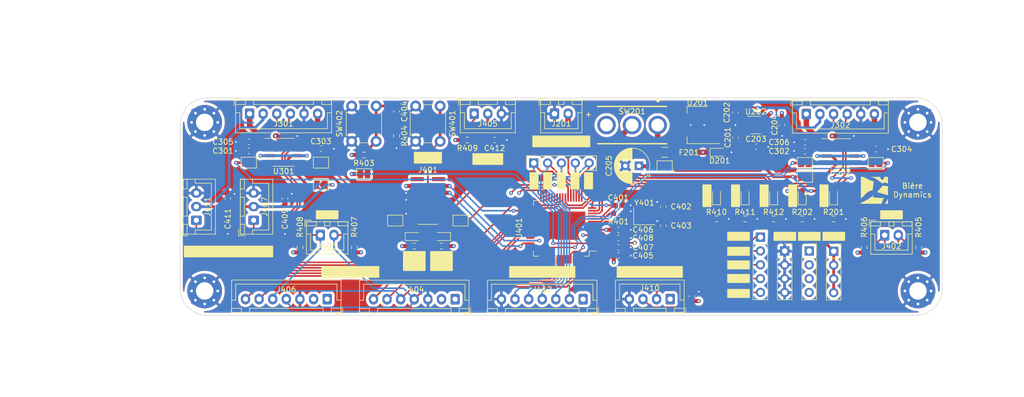
<source format=kicad_pcb>
(kicad_pcb (version 20211014) (generator pcbnew)
  (layers (0 "F.Cu" signal) (1 "In1.Cu" signal) (2 "In2.Cu" signal) (31 "B.Cu" signal) (34 "B.Paste" user) (35 "F.Paste" user) (36 "B.SilkS" user "B.Silkscreen") (37 "F.SilkS" user "F.Silkscreen") (38 "B.Mask" user) (39 "F.Mask" user) (44 "Edge.Cuts" user))
  (net 0 "")
  (net 1 "/Driver moteur/V_BAT")
  (net 2 "GND")
  (net 3 "+5V")
  (net 4 "OUT2_1")
  (net 5 "OUT2_2")
  (net 6 "OUT1_1")
  (net 7 "OUT1_2")
  (net 8 "NRST")
  (net 9 "Net-(C402-Pad1)")
  (net 10 "Net-(C403-Pad1)")
  (net 11 "Net-(C404-Pad1)")
  (net 12 "Net-(C404-Pad2)")
  (net 13 "UP_VBAT")
  (net 15 "Net-(D202-Pad1)")
  (net 16 "Net-(D203-Pad1)")
  (net 17 "Net-(D401-Pad1)")
  (net 18 "USER_LED_1")
  (net 19 "Net-(D402-Pad1)")
  (net 20 "USER_LED_2")
  (net 21 "Net-(D403-Pad1)")
  (net 22 "USER_LED_3")
  (net 23 "Net-(D404-Pad2)")
  (net 24 "Net-(D405-Pad2)")
  (net 25 "Net-(C205-Pad1)")
  (net 26 "/Power/BAT_IN")
  (net 29 "SWDIO")
  (net 30 "SWCLK")
  (net 33 "Net-(J401-Pad13)")
  (net 34 "Net-(J401-Pad14)")
  (net 35 "I2C2_SDL")
  (net 36 "I2C2_SDA")
  (net 37 "I2C1_SDL")
  (net 38 "I2C1_SDA")
  (net 40 "TOF_SHUT_1")
  (net 41 "TOF_IRQ_1")
  (net 42 "XL_320_DATA")
  (net 44 "TOF_SHUT_2")
  (net 45 "TOF_IRQ_2")
  (net 46 "/Stm32/FROM_USR_BTN")
  (net 47 "PC15")
  (net 48 "PC14")
  (net 49 "PC12")
  (net 50 "PC11")
  (net 51 "PC10")
  (net 52 "PA5")
  (net 53 "PA4")
  (net 54 "PA3")
  (net 55 "PA1")
  (net 56 "PA0")
  (net 57 "/Driver moteur/DRIVER_MOTOR_1_FWD")
  (net 58 "Net-(JP301-Pad2)")
  (net 59 "/Driver moteur/DRIVER_MOTOR_1_REV")
  (net 60 "Net-(JP302-Pad2)")
  (net 61 "/Driver moteur/DRIVER_MOTOR_2_FWD")
  (net 62 "Net-(JP303-Pad2)")
  (net 63 "/Driver moteur/DRIVER_MOTOR_2_REV")
  (net 64 "Net-(JP304-Pad2)")
  (net 65 "/Driver moteur/ENCODER_1_B")
  (net 66 "/Driver moteur/ENCODER_1_A")
  (net 67 "/Driver moteur/ENCODER_2_B")
  (net 68 "/Driver moteur/ENCODER_2_A")
  (net 69 "STLINK_RX")
  (net 70 "STLINK_TX")
  (net 71 "Net-(R401-Pad1)")
  (net 72 "PROX_1")
  (net 73 "PROX_2")
  (net 96 "Net-(JP309-Pad2)")
  (net 97 "Net-(JP310-Pad2)")
  (footprint "Package_SO:SOIC-8_3.9x4.9mm_P1.27mm" (layer "F.Cu") (at 119.016 90)
    (fp_text reference "U301")
    (fp_text value "ZXBM5210-S" hide)
  )
  (footprint "LED_SMD:LED_0603_1608Metric_Pad1.05x0.95mm_HandSolder" (layer "F.Cu") (at 143 105.5)
    (fp_text reference "D404" hide)
    (fp_text value "LED_Small" hide)
  )
  (footprint "Button_Switch_THT:SW_PUSH_6mm" (layer "F.Cu") (at 131.5 88 90)
    (fp_text reference "SW402")
    (fp_text value "SW_MEC_5E" hide)
  )
  (footprint "Crystal:Crystal_SMD_EuroQuartz_MT-4Pin_3.2x2.5mm" (layer "F.Cu") (at 185.25 101.75)
    (fp_text reference "Y401")
    (fp_text value "16 Mhz" hide)
  )
  (footprint "Connector_JST:JST_XH_B6B-XH-A_1x06_P2.50mm_Vertical" (layer "F.Cu") (at 215 82.975)
    (fp_text reference "J302")
    (fp_text value "Conn_01x06" hide)
  )
  (footprint "Connector_PinSocket_2.54mm:PinSocket_1x04_P2.54mm_Vertical" (layer "F.Cu") (at 220.025 108.2)
    (fp_text reference "J204" hide)
    (fp_text value "Conn_01x04" hide)
  )
  (footprint "Connector_PinSocket_2.54mm:PinSocket_1x05_P2.54mm_Vertical" (layer "F.Cu") (at 206.575 105.61)
    (fp_text reference "J408" hide)
    (fp_text value "Conn_01x05" hide)
  )
  (footprint "LED_SMD:LED_0603_1608Metric_Pad1.05x0.95mm_HandSolder" (layer "F.Cu") (at 203.75 98 90)
    (fp_text reference "D402" hide)
    (fp_text value "LED_Small" hide)
  )
  (footprint "Connector_JST:JST_XH_B6B-XH-A_1x06_P2.50mm_Vertical" (layer "F.Cu") (at 112.75 82.914)
    (fp_text reference "J301")
    (fp_text value "Conn_01x06" hide)
  )
  (footprint "LED_SMD:LED_0603_1608Metric_Pad1.05x0.95mm_HandSolder" (layer "F.Cu") (at 148 105.5 180)
    (fp_text reference "D405" hide)
    (fp_text value "LED_Small" hide)
  )
  (footprint "Resistor_SMD:R_0603_1608Metric_Pad0.98x0.95mm_HandSolder" (layer "F.Cu") (at 180.5 101.25)
    (fp_text reference "R401")
    (fp_text value "10R" hide)
  )
  (footprint "Capacitor_SMD:C_0603_1608Metric_Pad1.08x0.95mm_HandSolder" (layer "F.Cu") (at 139.75 82.5 -90)
    (fp_text reference "C404")
    (fp_text value "100n" hide)
  )
  (footprint "Capacitor_SMD:C_0603_1608Metric_Pad1.08x0.95mm_HandSolder" (layer "F.Cu") (at 180.5 109)
    (fp_text reference "C405")
    (fp_text value "4.7uF" hide)
  )
  (footprint "Resistor_SMD:R_0603_1608Metric_Pad0.98x0.95mm_HandSolder" (layer "F.Cu") (at 209 102.25)
    (fp_text reference "R412")
    (fp_text value "1k" hide)
  )
  (footprint "Capacitor_SMD:C_0603_1608Metric_Pad1.08x0.95mm_HandSolder" (layer "F.Cu") (at 194 116.5 90)
    (fp_text reference "C410" hide)
    (fp_text value "100n" hide)
  )
  (footprint "Capacitor_SMD:C_0603_1608Metric_Pad1.08x0.95mm_HandSolder" (layer "F.Cu") (at 214.75 89.811 180)
    (fp_text reference "C302")
    (fp_text value "10u" hide)
  )
  (footprint "Capacitor_THT:CP_Radial_D6.3mm_P2.50mm" (layer "F.Cu") (at 184.25 92.5 180)
    (fp_text reference "C205")
    (fp_text value "10u" hide)
  )
  (footprint "Resistor_SMD:R_0603_1608Metric_Pad0.98x0.95mm_HandSolder" (layer "F.Cu") (at 220 102.25)
    (fp_text reference "R201")
    (fp_text value "R_Small" hide)
  )
  (footprint "Capacitor_SMD:C_0603_1608Metric_Pad1.08x0.95mm_HandSolder" (layer "F.Cu") (at 157.75 87.75)
    (fp_text reference "C412")
    (fp_text value "0.1u" hide)
  )
  (footprint "Capacitor_SMD:C_0603_1608Metric_Pad1.08x0.95mm_HandSolder" (layer "F.Cu") (at 125.8625 89.365)
    (fp_text reference "C303")
    (fp_text value "1u" hide)
  )
  (footprint "Resistor_SMD:R_0603_1608Metric_Pad0.98x0.95mm_HandSolder" (layer "F.Cu") (at 214.25 102.25)
    (fp_text reference "R202")
    (fp_text value "R_Small" hide)
  )
  (footprint "Capacitor_SMD:C_0603_1608Metric_Pad1.08x0.95mm_HandSolder" (layer "F.Cu") (at 112.6125 89.75 180)
    (fp_text reference "C301")
    (fp_text value "10u" hide)
  )
  (footprint "Capacitor_SMD:C_0603_1608Metric_Pad1.08x0.95mm_HandSolder" (layer "F.Cu") (at 202 82.7 -90)
    (fp_text reference "C202")
    (fp_text value "22u" hide)
  )
  (footprint "Capacitor_SMD:C_0603_1608Metric_Pad1.08x0.95mm_HandSolder" (layer "F.Cu") (at 210.566 85 -90)
    (fp_text reference "C204")
    (fp_text value "1u" hide)
  )
  (footprint "Connector_JST:JST_XH_B3B-XH-A_1x03_P2.50mm_Vertical" (layer "F.Cu") (at 154 82.914)
    (fp_text reference "J405")
    (fp_text value "Conn_01x03" hide)
  )
  (footprint "MountingHole:MountingHole_3.2mm_M3_Pad_Via" (layer "F.Cu") (at 235.5 84.5)
    (fp_text reference "H102" hide)
    (fp_text value "MountingHole_Pad" hide)
  )
  (footprint "Connector_JST:JST_XH_B7B-XH-A_1x07_P2.50mm_Vertical" (layer "F.Cu") (at 127 117 180)
    (fp_text reference "J406")
    (fp_text value "Conn_01x07" hide)
  )
  (footprint "Capacitor_SMD:C_0603_1608Metric_Pad1.08x0.95mm_HandSolder" (layer "F.Cu") (at 214.75 88.156 180)
    (fp_text reference "C306")
    (fp_text value "1u" hide)
  )
  (footprint "Capacitor_SMD:C_0603_1608Metric_Pad1.08x0.95mm_HandSolder" (layer "F.Cu") (at 112.6125 88.095 180)
    (fp_text reference "C305")
    (fp_text value "1u" hide)
  )
  (footprint "Jumper:SolderJumper-2_P1.3mm_Open_TrianglePad1.0x1.5mm" (layer "F.Cu") (at 125.8625 96 180)
    (fp_text reference "JP309" hide)
    (fp_text value "SolderJumper_2_Open" hide)
  )
  (footprint "Connector_JST:JST_XH_B3B-XH-A_1x03_P2.50mm_Vertical" (layer "F.Cu") (at 113.5 102.5 90)
    (fp_text reference "J407")
    (fp_text value "Conn_01x03" hide)
  )
  (footprint "Connector_JST:JST_XH_B4B-XH-A_1x04_P2.50mm_Vertical" (layer "F.Cu") (at 190 117 180)
    (fp_text reference "J410")
    (fp_text value "Conn_01x04" hide)
  )
  (footprint "Capacitor_SMD:C_0603_1608Metric_Pad1.08x0.95mm_HandSolder" (layer "F.Cu") (at 180.5 104.25)
    (fp_text reference "C406")
    (fp_text value "100nF" hide)
  )
  (footprint "Jumper:SolderJumper-2_P1.3mm_Open_TrianglePad1.0x1.5mm" (layer "F.Cu") (at 214.725 91.966)
    (fp_text reference "JP303" hide)
    (fp_text value "SolderJumper_2_Open" hide)
  )
  (footprint "Connector_JST:JST_XH_B2B-XH-A_1x02_P2.50mm_Vertical" (layer "F.Cu") (at 229.3875 105.25)
    (fp_text reference "J402")
    (fp_text value "Conn_01x02" hide)
  )
  (footprint "Capacitor_SMD:C_0603_1608Metric_Pad1.08x0.95mm_HandSolder" (layer "F.Cu") (at 119.25 98.5 90)
    (fp_text reference "C409")
    (fp_text value "10u" hide)
  )
  (footprint "Capacitor_SMD:C_0603_1608Metric_Pad1.08x0.95mm_HandSolder" (layer "F.Cu") (at 202 87.3 90)
    (fp_text reference "C201")
    (fp_text value "10u" hide)
  )
  (footprint "Jumper:SolderJumper-2_P1.3mm_Open_TrianglePad1.0x1.5mm" (layer "F.Cu") (at 188.976 92.583)
    (fp_text reference "JP201" hide)
    (fp_text value "SolderJumper_2_Open" hide)
  )
  (footprint "Connector_JST:JST_XH_B2B-XH-A_1x02_P2.50mm_Vertical" (layer "F.Cu") (at 125.75 105.225)
    (fp_text reference "J403")
    (fp_text value "Conn_01x02" hide)
  )
  (footprint "Connector_JST:JST_XH_B2B-XH-A_1x02_P2.50mm_Vertical" (layer "F.Cu") (at 168.75 82.914)
    (fp_text reference "J201")
    (fp_text value "Conn_01x02" hide)
  )
  (footprint "Connector_PinSocket_2.54mm:PinSocket_1x05_P2.54mm_Vertical" (layer "F.Cu") (at 164.95 91.975 90)
    (fp_text reference "J409" hide)
    (fp_text value "Conn_01x05" hide)
  )
  (footprint "Package_SO:SOIC-8_3.9x4.9mm_P1.27mm" (layer "F.Cu") (at 221.251 90.061)
    (fp_text reference "U302")
    (fp_text value "ZXBM5210-S" hide)
  )
  (footprint "Connector_JST:JST_XH_B3B-XH-A_1x03_P2.50mm_Vertical" (layer "F.Cu") (at 102.975 102.5 90)
    (fp_text reference "J411")
    (fp_text value "Conn_01x03" hide)
  )
  (footprint "LED_SMD:LED_0603_1608Metric_Pad1.05x0.95mm_HandSolder" (layer "F.Cu") (at 214.25 98 90)
    (fp_text reference "D203" hide)
    (fp_text value "LED_Small" hide)
  )
  (footprint "Resistor_SMD:R_0603_1608Metric_Pad0.98x0.95mm_HandSolder" (layer "F.Cu") (at 133.75 90.5)
    (fp_text reference "R403")
    (fp_text value "4k7" hide)
  )
  (footprint "Resistor_SMD:R_0603_1608Metric_Pad0.98x0.95mm_HandSolder" (layer "F.Cu") (at 198.5 102.25)
    (fp_text reference "R410")
    (fp_text value "1k" hide)
  )
  (footprint "Resistor_SMD:R_0603_1608Metric_Pad0.98x0.95mm_HandSolder" (layer "F.Cu") (at 225.6375 107.525 90)
    (fp_text reference "R406")
    (fp_text value "2.2k" hide)
  )
  (footprint "MountingHole:MountingHole_3.2mm_M3_Pad_Via" (layer "F.Cu") (at 104.5 115.5)
    (fp_text reference "H104" hide)
    (fp_text value "MountingHole_Pad" hide)
  )
  (footprint "Resistor_SMD:R_0603_1608Metric_Pad0.98x0.95mm_HandSolder" (layer "F.Cu") (at 143 107.25 180)
    (fp_text reference "R413" hide)
    (fp_text value "1k" hide)
  )
  (footprint "Resistor_SMD:R_0603_1608Metric_Pad0.98x0.95mm_HandSolder" (layer "F.Cu") (at 152.75 87.75)
    (fp_text reference "R409")
    (fp_text value "10k" hide)
  )
  (footprint "Package_QFP:LQFP-64_10x10mm_P0.5mm" (layer "F.Cu") (at 170 104 180)
    (fp_text reference "U401")
    (fp_text value "STM32G070RBT6" hide)
  )
  (footprint "Diode_SMD:D_0603_1608Metric_Pad1.05x0.95mm_HandSolder" (layer "F.Cu") (at 199 90)
    (fp_text reference "D201")
    (fp_text value "D_Small" hide)
  )
  (footprint "LED_SMD:LED_0603_1608Metric_Pad1.05x0.95mm_HandSolder" (layer "F.Cu") (at 209 98 90)
    (fp_text reference "D403" hide)
    (fp_text value "LED_Small" hide)
  )
  (footprint "Resistor_SMD:R_0603_1608Metric_Pad0.98x0.95mm_HandSolder" (layer "F.Cu") (at 132 107.5 90)
    (fp_text reference "R407")
    (fp_text value "2.2k" hide)
  )
  (footprint "Jumper:SolderJumper-2_P1.3mm_Open_TrianglePad1.0x1.5mm" (layer "F.Cu") (at 227.75 91.966 180)
    (fp_text reference "JP304" hide)
    (fp_text value "SolderJumper_2_Open" hide)
  )
  (footprint "Resistor_SMD:R_0603_1608Metric_Pad0.98x0.95mm_HandSolder" (layer "F.Cu") (at 203.75 102.25)
    (fp_text reference "R411")
    (fp_text value "1k" hide)
  )
  (footprint "Jumper:SolderJumper-2_P1.3mm_Open_TrianglePad1.0x1.5mm" (layer "F.Cu") (at 125.8625 91.905 180)
    (fp_text reference "JP302" hide)
    (fp_text value "SolderJumper_2_Open" hide)
  )
  (footprint "Fuse:Fuse_1206_3216Metric_Pad1.42x1.75mm_HandSolder" (layer "F.Cu") (at 189 90)
    (fp_text reference "F201")
    (fp_text value "Polyfuse_Small" hide)
  )
  (footprint "Package_TO_SOT_SMD:SOT-23-5_HandSoldering" (layer "F.Cu") (at 205.74 85)
    (fp_text reference "U202")
    (fp_text value "MIC5317-3.3YM5-TR" hide)
  )
  (footprint "Capacitor_SMD:C_0603_1608Metric_Pad1.08x0.95mm_HandSolder" (layer "F.Cu") (at 205.75 89)
    (fp_text reference "C203")
    (fp_text value "1u" hide)
  )
  (footprint "Resistor_SMD:R_0603_1608Metric_Pad0.98x0.95mm_HandSolder" (layer "F.Cu") (at 139.75 87 -90)
    (fp_text reference "R404")
    (fp_text value "100R" hide)
  )
  (footprint "MountingHole:MountingHole_3.2mm_M3_Pad_Via" (layer "F.Cu") (at 235.5 115.5)
    (fp_text reference "H103" hide)
    (fp_text value "MountingHole_Pad" hide)
  )
  (footprint "SamacSys_Parts:1A11-NF5STSE-B" (layer "F.Cu") (at 183 85 90)
    (fp_text reference "SW201")
    (fp_text value "SW_DPDT_x2" hide)
  )
  (footprint "Jumper:SolderJumper-2_P1.3mm_Bridged_Pad1.0x1.5mm" (layer "F.Cu") (at 139.5 102.56)
    (fp_text reference "JP401" hide)
    (fp_text value "SolderJumper_2_Bridged" hide)
  )
  (footprint "Button_Switch_THT:SW_PUSH_6mm" (layer "F.Cu") (at 143.25 88 90)
    (fp_text reference "SW401")
    (fp_text value "SW_MEC_5E" hide)
  )
  (footprint "Connector_PinHeader_1.27mm:PinHeader_2x07_P1.27mm_Vertical_SMD" (layer "F.Cu") (at 145.5 98.75)
    (fp_text reference "J401")
    (fp_text value "Conn_02x07_Odd_Even" hide)
  )
  (footprint "MountingHole:MountingHole_3.2mm_M3_Pad_Via" (layer "F.Cu") (at 104.5 84.5)
    (fp_text reference "H101" hide)
    (fp_text value "MountingHole_Pad" hide)
  )
  (footprint "Capacitor_SMD:C_0603_1608Metric_Pad1.08x0.95mm_HandSolder" (layer "F.Cu") (at 180.5 99.75)
    (fp_text reference "C401")
    (fp_text value "100n" hide)
  )
  (footprint "Capacitor_SMD:C_0603_1608Metric_Pad1.08x0.95mm_HandSolder" (layer "F.Cu") (at 108.75 98.5 90)
    (fp_text reference "C411")
    (fp_text value "10u" hide)
  )
  (footprint "Capacitor_SMD:C_0603_1608Metric_Pad1.08x0.95mm_HandSolder" (layer "F.Cu") (at 227.75 89.426)
    (fp_text reference "C304")
    (fp_text value "1u" hide)
  )
  (footprint "Jumper:SolderJumper-2_P1.3mm_Bridged_Pad1.0x1.5mm" (layer "F.Cu") (at 133.75 94)
    (fp_text reference "JP403" hide)
    (fp_text value "SolderJumper_2_Bridged" hide)
  )
  (footprint "Connector_JST:JST_XH_B7B-XH-A_1x07_P2.50mm_Vertical" (layer "F.Cu") (at 174 117.025 180)
    (fp_text reference "J412")
    (fp_text value "Conn_01x07" hide)
  )
  (footprint "Capacitor_SMD:C_0603_1608Metric_Pad1.08x0.95mm_HandSolder" (layer "F.Cu") (at 180.5 107.5)
    (fp_text reference "C407")
    (fp_text value "1uF" hide)
  )
  (footprint "Connector_JST:JST_XH_B7B-XH-A_1x07_P2.50mm_Vertical" (layer "F.Cu") (at 150.5 117.025 180)
    (fp_text reference "J404")
    (fp_text value "Conn_01x07" hide)
  )
  (footprint "Connector_PinSocket_2.54mm:PinSocket_1x04_P2.54mm_Vertical" (layer "F.Cu") (at 211.025 108.16)
    (fp_text reference "J202" hide)
    (fp_text value "Conn_01x04" hide)
  )
  (footprint "Capacitor_SMD:C_0603_1608Metric_Pad1.08x0.95mm_HandSolder" (layer "F.Cu") (at 180.5 105.75)
    (fp_text reference "C408")
    (fp_text value "100nF" hide)
  )
  (footprint "LED_SMD:LED_0603_1608Metric_Pad1.05x0.95mm_HandSolder" (layer "F.Cu") (at 198.5 98 90)
    (fp_text reference "D401" hide)
    (fp_text value "LED_Small" hide)
  )
  (footprint "Resistor_SMD:R_0603_1608Metric_Pad0.98x0.95mm_HandSolder" (layer "F.Cu") (at 235.6375 107.525 90)
    (fp_text reference "R405")
    (fp_text value "2.2k" hide)
  )
  (footprint "Package_TO_SOT_SMD:SOT-223" (layer "F.Cu") (at 195 85 180)
    (fp_text reference "U201")
    (fp_text value "AZ1117CH2-5.0TRG1" hide)
  )
  (footprint "Jumper:SolderJumper-2_P1.3mm_Bridged_Pad1.0x1.5mm" (layer "F.Cu") (at 151.5 102.56 180)
    (fp_text reference "JP402" hide)
    (fp_text value "SolderJumper_2_Bridged" hide)
  )
  (footprint "Jumper:SolderJumper-2_P1.3mm_Open_TrianglePad1.0x1.5mm" (layer "F.Cu") (at 214.75 94.5)
    (fp_text reference "JP310" hide)
    (fp_text value "SolderJumper_2_Open" hide)
  )
  (footprint "Resistor_SMD:R_0603_1608Metric_Pad0.98x0.95mm_HandSolder" (layer "F.Cu") (at 122 107.5 90)
    (fp_text reference "R408")
    (fp_text value "2.2k" hide)
  )
  (footprint "Capacitor_SMD:C_0603_1608Metric_Pad1.08x0.95mm_HandSolder" (layer "F.Cu") (at 188.75 103.5 90)
    (fp_text reference "C403")
    (fp_text value "10p" hide)
  )
  (footprint "Resistor_SMD:R_0603_1608Metric_Pad0.98x0.95mm_HandSolder" (layer "F.Cu") (at 148 107.25)
    (fp_text reference "R414" hide)
    (fp_text value "1k" hide)
  )
  (footprint "LOGO" (layer "F.Cu") (at 227.5 97)
    (fp_text reference "G***" hide)
    (fp_text value "LOGO" hide)
  )
  (footprint "Jumper:SolderJumper-2_P1.3mm_Open_TrianglePad1.0x1.5mm" (layer "F.Cu") (at 112.6125 91.905)
    (fp_text reference "JP301" hide)
    (fp_text value "SolderJumper_2_Open" hide)
  )
  (footprint "Capacitor_SMD:C_0603_1608Metric_Pad1.08x0.95mm_HandSolder" (layer "F.Cu") (at 188.75 100 90)
    (fp_text reference "C402")
    (fp_text value "10p" hide)
  )
  (footprint "Connector_PinSocket_2.54mm:PinSocket_1x04_P2.54mm_Vertical" (layer "F.Cu") (at 215.525 108.16)
    (fp_text reference "J203" hide)
    (fp_text value "Conn_01x04" hide)
  )
  (footprint "LED_SMD:LED_0603_1608Metric_Pad1.05x0.95mm_HandSolder" (layer "F.Cu") (at 220 98 90)
    (fp_text reference "D202" hide)
    (fp_text value "LED_Small" hide)
  )
  (gr_rect (start 200.55 113.96) (end 204.55 112.46) (layer "F.SilkS") (width 0.15) (fill solid))
  (gr_rect (start 143 90) (end 148 92) (layer "F.SilkS") (width 0.15) (fill solid))
  (gr_rect (start 141 111.75) (end 145 108.25) (layer "F.SilkS") (width 0.15) (fill solid))
  (gr_rect (start 200.55 116.71) (end 204.55 115.21) (layer "F.SilkS") (width 0.15) (fill solid))
  (gr_rect (start 126 111) (end 136.5 113) (layer "F.SilkS") (width 0.15) (fill solid))
  (gr_rect (start 228.6375 102.25) (end 232.6375 100.75) (layer "F.SilkS") (width 0.15) (fill solid))
  (gr_rect (start 180.25 111) (end 192.25 113) (layer "F.SilkS") (width 0.15) (fill solid))
  (gr_rect (start 164.25 93.75) (end 165.75 96.75) (layer "F.SilkS") (width 0.15) (fill solid))
  (gr_rect (start 153.75 90.25) (end 159.25 92.25) (layer "F.SilkS") (width 0.15) (fill solid))
  (gr_rect (start 218.05 106.21) (end 222.05 104.71) (layer "F.SilkS") (width 0.15) (fill solid))
  (gr_rect (start 217.5 96) (end 219 100) (layer "F.SilkS") (width 0.15) (fill solid))
  (gr_rect (start 201.25 96) (end 202.75 100) (layer "F.SilkS") (width 0.15) (fill solid))
  (gr_rect (start 171.75 93.75) (end 173.25 96.75) (layer "F.SilkS") (width 0.15) (fill solid))
  (gr_rect (start 166.75 93.75) (end 168.25 96.75) (layer "F.SilkS") (width 0.15) (fill solid))
  (gr_rect (start 160.5 111) (end 172.5 113) (layer "F.SilkS") (width 0.15) (fill solid))
  (gr_rect (start 211.75 96) (end 213.25 100) (layer "F.SilkS") (width 0.15) (fill solid))
  (gr_rect (start 100.75 107.25) (end 117 109.25) (layer "F.SilkS") (width 0.15) (fill solid))
  (gr_rect (start 174.25 93.75) (end 175.75 96.75) (layer "F.SilkS") (width 0.15) (fill solid))
  (gr_rect (start 146 111.75) (end 150 108.25) (layer "F.SilkS") (width 0.15) (fill solid))
  (gr_rect (start 125 102.25) (end 129 100.75) (layer "F.SilkS") (width 0.15) (fill solid))
  (gr_rect (start 206.5 96) (end 208 100) (layer "F.SilkS") (width 0.15) (fill solid))
  (gr_rect (start 200.55 106.21) (end 204.55 104.71) (layer "F.SilkS") (width 0.15) (fill solid))
  (gr_rect (start 209.05 106.21) (end 213.05 104.71) (layer "F.SilkS") (width 0.15) (fill solid))
  (gr_rect (start 200.55 111.46) (end 204.55 109.96) (layer "F.SilkS") (width 0.15) (fill solid))
  (gr_rect (start 200.55 108.96) (end 204.55 107.46) (layer "F.SilkS") (width 0.15) (fill solid))
  (gr_rect (start 213.55 106.21) (end 217.55 104.71) (layer "F.SilkS") (width 0.15) (fill solid))
  (gr_rect (start 164.75 87) (end 175.25 89) (layer "F.SilkS") (width 0.15) (fill solid))
  (gr_rect (start 196 96) (end 197.5 100) (layer "F.SilkS") (width 0.15) (fill solid))
  (gr_rect (start 169.25 93.75) (end 170.75 96.75) (layer "F.SilkS") (width 0.15) (fill solid))
  (gr_arc (start 105 120) (mid 101.464466 118.535534) (end 100 115) (layer "Edge.Cuts") (width 0.1))
  (gr_arc (start 235 80) (mid 238.535534 81.464466) (end 240 85) (layer "Edge.Cuts") (width 0.1))
  (gr_arc (start 100 85) (mid 101.464466 81.464466) (end 105 80) (layer "Edge.Cuts") (width 0.1))
  (gr_line (start 100 85) (end 100 115) (layer "Edge.Cuts") (width 0.1))
  (gr_line (start 235 80) (end 105 80) (layer "Edge.Cuts") (width 0.1))
  (gr_arc (start 240 115) (mid 238.535534 118.535534) (end 235 120) (layer "Edge.Cuts") (width 0.1))
  (gr_line (start 105 120) (end 235 120) (layer "Edge.Cuts") (width 0.1))
  (gr_line (start 240 115) (end 240 85) (layer "Edge.Cuts") (width 0.1))
  (gr_text "Bière\nDynamics" (at 234.5 97) (layer "F.SilkS") (effects (font (size 1 1))))
  (gr_text "+" (at 175 83) (layer "F.SilkS") (effects (font (size 1 1))))
  (segment (start 117.635 89.365) (end 117.385 89.365) (width 1) (layer "F.Cu") (net 1))
  (segment (start 198.15 88.15) (end 198.15 87.3) (width 1) (layer "F.Cu") (net 1))
  (segment (start 198.15 88.85) (end 198.15 89.975) (width 1) (layer "F.Cu") (net 1))
  (segment (start 199.0125 88.1625) (end 198.15 87.3) (width 0.5) (layer "F.Cu") (net 1))
  (segment (start 196 90) (end 198.125 90) (width 1) (layer "F.Cu") (net 1))
  (segment (start 198.15 88.15) (end 198.15 88.85) (width 1) (layer "F.Cu") (net 1))
  (segment (start 156.5 87.3625) (end 156.8875 87.75) (width 0.5) (layer "F.Cu") (net 1))
  (segment (start 215.9975 89.426) (end 215.6125 89.811) (width 0.5) (layer "F.Cu") (net 1))
  (segment (start 218.776 89.426) (end 215.9975 89.426) (width 0.5) (layer "F.Cu") (net 1))
  (segment (start 199.0125 88.1625) (end 198.1625 88.1625) (width 0.75) (layer "F.Cu") (net 1))
  (segment (start 220.75 87.5) (end 220.75 88.84952) (width 1) (layer "F.Cu") (net 1))
  (segment (start 198.1625 88.1625) (end 198.15 88.15) (width 0.5) (layer "F.Cu") (net 1))
  (segment (start 118.5 88.5) (end 117.635 89.365) (width 1) (layer "F.Cu") (net 1))
  (segment (start 190.4875 90) (end 190.4875 92.2625) (width 1) (layer "F.Cu") (net 1))
  (segment (start 113.86 89.365) (end 113.475 89.75) (width 0.5) (layer "F.Cu") (net 1))
  (segment (start 116.541 89.365) (end 113.86 89.365) (width 0.5) (layer "F.Cu") (net 1))
  (segment (start 190.4875 92.2625) (end 190.21 92.54) (width 1) (layer "F.Cu") (net 1))
  (segment (start 198.15 88.85) (end 198.8375 88.1625) (width 0.75) (layer "F.Cu") (net 1))
  (segment (start 198.8375 88.1625) (end 199.0125 88.1625) (width 0.75) (layer "F.Cu") (net 1))
  (segment (start 117.75 87) (end 118.5 87.75) (width 1) (layer "F.Cu") (net 1))
  (segment (start 118.5 87.75) (end 118.5 88.5) (width 1) (layer "F.Cu") (net 1))
  (segment (start 117.5 87) (end 117.75 87) (width 1) (layer "F.Cu") (net 1))
  (segment (start 156.5 82.914) (end 156.5 87.3625) (width 0.5) (layer "F.Cu") (net 1))
  (segment (start 117.385 89.365) (end 116.541 89.365) (width 0.5) (layer "F.Cu") (net 1))
  (segment (start 202 88.1625) (end 199.0125 88.1625) (width 0.75) (layer "F.Cu") (net 1))
  (segment (start 220.17352 89.426) (end 218.776 89.426) (width 1) (layer "F.Cu") (net 1))
  (segment (start 220.25 87) (end 220.75 87.5) (width 1) (layer "F.Cu") (net 1))
  (segment (start 220.75 88.84952) (end 220.17352 89.426) (width 1) (layer "F.Cu") (net 1))
  (segment (start 219.75 87) (end 220.25 87) (width 1) (layer "F.Cu") (net 1))
  (segment (start 190.4875 90) (end 196 90) (width 1) (layer "F.Cu") (net 1))
  (via (at 196 90) (size 0.7) (drill 0.3) (layers "F.Cu" "B.Cu") (net 1))
  (via (at 117.5 87) (size 0.7) (drill 0.3) (layers "F.Cu" "B.Cu") (net 1))
  (via (at 219.75 87) (size 0.7) (drill 0.3) (layers "F.Cu" "B.Cu") (net 1))
  (segment (start 186.35 102.65) (end 187.6 102.65) (width 0.75) (layer "F.Cu") (net 2))
  (segment (start 143.55 97.48) (end 141.5 97.48) (width 0.75) (layer "F.Cu") (net 2))
  (segment locked (start 182.75 107.5) (end 181.3625 107.5) (width 0.75) (layer "F.Cu") (net 2))
  (segment (start 204.39 85) (end 202 85) (width 0.5) (layer "F.Cu") (net 2))
  (segment (start 143.55 98.75) (end 141.5 98.75) (width 0.75) (layer "F.Cu") (net 2))
  (segment (start 216.5 102.25) (end 215.1625 102.25) (width 0.75) (layer "F.Cu") (net 2))
  (segment (start 223.726 87) (end 223.726 87.849) (width 0.75) (layer "F.Cu") (net 2))
  (segment (start 222.25 102.25) (end 220.9125 102.25) (width 0.75) (layer "F.Cu") (net 2))
  (segment (start 206.6125 89) (end 208 89) (width 0.75) (layer "F.Cu") (net 2))
  (segment (start 108.75 97.6375) (end 110 97.6375) (width 0.75) (layer "F.Cu") (net 2))
  (segment (start 182.75 99.75) (end 181.3625 99.75) (width 0.75) (layer "F.Cu") (net 2))
  (segment (start 111.75 89.75) (end 110.25 89.75) (width 0.75) (layer "F.Cu") (net 2))
  (segment (start 121.5 87.75) (end 121.5 87) (width 0.75) (layer "F.Cu") (net 2))
  (segment (start 193.75 85) (end 191.85 85) (width 0.75) (layer "F.Cu") (net 2))
  (segment (start 213.8875 88.156) (end 212.75 88.156) (width 0.75) (layer "F.Cu") (net 2))
  (segment locked (start 182.75 105.75) (end 181.3625 105.75) (width 0.75) (layer "F.Cu") (net 2))
  (segment (start 228.6125 89.426) (end 230 89.426) (width 0.75) (layer "F.Cu") (net 2))
  (segment (start 211.25 102.25) (end 209.9125 102.25) (width 0.75) (layer "F.Cu") (net 2))
  (segment (start 143.55 101.29) (end 141.5 101.29) (width 0.75) (layer "F.Cu") (net 2))
  (segment locked (start 181.3625 104.25) (end 182.75 104.25) (width 0.75) (layer "F.Cu") (net 2))
  (segment (start 200.75 102.25) (end 199.4125 102.25) (width 0.75) (layer "F.Cu") (net 2))
  (segment (start 223.726 87.849) (end 223.725 87.85) (width 0.75) (layer "F.Cu") (net 2))
  (segment (start 212.811 89.811) (end 212.75 89.75) (width 0.75) (layer "F.Cu") (net 2))
  (segment (start 210.566 85.8625) (end 210.566 87) (width 0.75) (layer "F.Cu") (net 2))
  (segment (start 188.75 102.6375) (end 187.6125 102.6375) (width 0.75) (layer "F.Cu") (net 2))
  (segment (start 184.15 100.85) (end 182.75 100.85) (width 0.75) (layer "F.Cu") (net 2))
  (segment (start 175.675 103.75) (end 174 103.75) (width 0.3) (layer "F.Cu") (net 2))
  (segment (start 187.6 102.65) (end 187.6125 102.6375) (width 0.5) (layer "F.Cu") (net 2))
  (segment (start 158.6125 87.75) (end 160 87.75) (width 0.75) (layer "F.Cu") (net 2))
  (segment (start 199.875 90) (end 201.25 90) (width 0.75) (layer "F.Cu") (net 2))
  (segment (start 119.25 97.6375) (end 120.5 97.6375) (width 0.75) (layer "F.Cu") (net 2))
  (segment (start 213.8875 89.811) (end 212.811 89.811) (width 0.75) (layer "F.Cu") (net 2))
  (segment (start 196.25 85) (end 198.15 85) (width 0.75) (layer "F.Cu") (net 2))
  (segment (start 195.25 115.6375) (end 194 115.6375) (width 0.75) (layer "F.Cu") (net 2))
  (segment (start 206 102.25) (end 204.6625 102.25) (width 0.75) (layer "F.Cu") (net 2))
  (segment (start 111.75 88.095) (end 110.25 88.095) (width 0.75) (layer "F.Cu") (net 2))
  (segment (start 202 83.5625) (end 202 86.4375) (width 0.75) (layer "F.Cu") (net 2))
  (segment (start 188.75 99.1375) (end 187.6125 99.1375) (width 0.75) (layer "F.Cu") (net 2))
  (segment (start 139.75 87.9125) (end 139.75 89.25) (width 0.75) (layer "F.Cu") (net 2))
  (segment (start 126.725 89.365) (end 128.25 89.365) (width 0.75) (layer "F.Cu") (net 2))
  (segment locked (start 182.75 109) (end 181.3625 109) (width 0.75) (layer "F.Cu") (net 2))
  (via (at 230 89.426) (size 0.7) (drill 0.3) (layers "F.Cu" "B.Cu") (net 2))
  (via (at 141.5 98.75) (size 0.7) (drill 0.3) (layers "F.Cu" "B.Cu") (net 2))
  (via (at 222.25 102.25) (size 0.7) (drill 0.3) (layers "F.Cu" "B.Cu") (net 2))
  (via (at 201.25 90) (size 0.7) (drill 0.3) (layers "F.Cu" "B.Cu") (net 2))
  (via (at 121.5 87) (size 0.7) (drill 0.3) (layers "F.Cu" "B.Cu") (net 2))
  (via (at 108.75 105) (size 0.7) (drill 0.3) (layers "F.Cu" "B.Cu") (net 2))
  (via (at 141.5 97.48) (size 0.7) (drill 0.3) (layers "F.Cu" "B.Cu") (net 2))
  (via (at 216.5 102.25) (size 0.7) (drill 0.3) (layers "F.Cu" "B.Cu") (net 2))
  (via locked (at 182.75 107.5) (size 0.7) (drill 0.3) (layers "F.Cu" "B.Cu") (net 2))
  (via (at 202 85) (size 0.7) (drill 0.3) (layers "F.Cu" "B.Cu") (net 2))
  (via (at 196.25 85) (size 0.7) (drill 0.3) (layers "F.Cu" "B.Cu") (net 2))
  (via locked (at 182.75 104.25) (size 0.7) (drill 0.3) (layers "F.Cu" "B.Cu") (net 2))
  (via (at 174 103.75) (size 0.7) (drill 0.3) (layers "F.Cu" "B.Cu") (net 2))
  (via (at 160 87.75) (size 0.7) (drill 0.3) (layers "F.Cu" "B.Cu") (net 2))
  (via (at 120.5 97.6375) (size 0.7) (drill 0.3) (layers "F.Cu" "B.Cu") (net 2))
  (via (at 110.25 88.095) (size 0.7) (drill 0.3) (layers "F.Cu" "B.Cu") (net 2))
  (via (at 200.75 102.25) (size 0.7) (drill 0.3) (layers "F.Cu" "B.Cu") (net 2))
  (via locked (at 187.6125 102.6375) (size 0.7) (drill 0.3) (layers "F.Cu" "B.Cu") (net 2))
  (via (at 128.25 89.365) (size 0.7) (drill 0.3) (layers "F.Cu" "B.Cu") (net 2))
  (via locked (at 182.75 109) (size 0.7) (drill 0.3) (layers "F.Cu" "B.Cu") (net 2))
  (via (at 182.75 100.85) (size 0.7) (drill 0.3) (layers "F.Cu" "B.Cu") (net 2))
  (via (at 182.75 99.75) (size 0.7) (drill 0.3) (layers "F.Cu" "B.Cu") (net 2))
  (via (at 223.726 87) (size 0.7) (drill 0.3) (layers "F.Cu" "B.Cu") (net 2))
  (via (at 119.25 105) (size 0.7) (drill 0.3) (layers "F.Cu" "B.Cu") (net 2))
  (via (at 206 102.25) (size 0.7) (drill 0.3) (layers "F.Cu" "B.Cu") (net 2))
  (via (at 110.25 89.75) (size 0.7) (drill 0.3) (layers "F.Cu" "B.Cu") (net 2))
  (via (at 212.75 89.75) (size 0.7) (drill 0.3) (layers "F.Cu" "B.Cu") (net 2))
  (via (at 211.25 102.25) (size 0.7) (drill 0.3) (layers "F.Cu" "B.Cu") (net 2))
  (via locked (at 182.75 105.75) (size 0.7) (drill 0.3) (layers "F.Cu" "B.Cu") (net 2))
  (via (at 210.566 87) (size 0.7) (drill 0.3) (layers "F.Cu" "B.Cu") (net 2))
  (via (at 139.75 89.25) (size 0.7) (drill 0.3) (layers "F.Cu" "B.Cu") (net 2))
  (via (at 187.6125 99.1375) (size 0.7) (drill 0.3) (layers "F.Cu" "B.Cu") (net 2))
  (via (at 195.25 115.6375) (size 0.7) (drill 0.3) (layers "F.Cu" "B.Cu") (net 2))
  (via (at 208 89) (size 0.7) (drill 0.3) (layers "F.Cu" "B.Cu") (net 2))
  (via (at 110 97.6375) (size 0.7) (drill 0.3) (layers "F.Cu" "B.Cu") (net 2))
  (via (at 193.75 85) (size 0.7) (drill 0.3) (layers "F.Cu" "B.Cu") (net 2))
  (via (at 141.5 101.29) (size 0.7) (drill 0.3) (layers "F.Cu" "B.Cu") (net 2))
  (via (at 212.75 88.156) (size 0.7) (drill 0.3) (layers "F.Cu" "B.Cu") (net 2))
  (segment (start 212.5 94.5) (end 213 94.5) (width 0.5) (layer "F.Cu") (net 3))
  (segment (start 118.6125 100) (end 119.25 99.3625) (width 0.5) (layer "F.Cu") (net 3))
  (segment (start 128 96) (end 126.5875 96) (width 0.5) (layer "F.Cu") (net 3))
  (segment (start 202 81.8375) (end 199.0125 81.8375) (width 0.5) (layer "F.Cu") (net 3))
  (segment (start 205.75 84.5) (end 205.75 85.5) (width 0.5) (layer "F.Cu") (net 3))
  (segment (start 203.0875 81.8375) (end 202 81.8375) (width 0.5) (layer "F.Cu") (net 3))
  (segment (start 204.8875 90.3875) (end 204.8875 89) (width 0.5) (layer "F.Cu") (net 3))
  (segment (start 205.3 85.95) (end 204.889259 86.360741) (width 0.5) (layer "F.Cu") (net 3))
  (segment (start 204.39 84.05) (end 205.3 84.05) (width 0.5) (layer "F.Cu") (net 3))
  (segment (start 209 94.5) (end 204.8875 90.3875) (width 0.5) (layer "F.Cu") (net 3))
  (segment (start 113.5 100) (end 107.5 100) (width 0.5) (layer "F.Cu") (net 3))
  (segment (start 215.875 97.125) (end 219.375 97.125) (width 0.5) (layer "F.Cu") (net 3))
  (segment (start 220.025 110.74) (end 220.025 113.28) (width 0.5) (layer "F.Cu") (net 3))
  (segment (start 204.39 85.95) (end 205.3 85.95) (width 0.5) (layer "F.Cu") (net 3))
  (segment (start 214.025 94.5) (end 213 94.5) (width 0.5) (layer "F.Cu") (net 3))
  (segment (start 108.1125 100) (end 108.75 99.3625) (width 0.5) (layer "F.Cu") (net 3))
  (segment (start 205.75 81.8375) (end 205.9125 81.8375) (width 0.5) (layer "F.Cu") (net 3))
  (segment (start 217.5 98.75) (end 217.5 105.665558) (width 0.5) (layer "F.Cu") (net 3))
  (segment (start 220.025 108.2) (end 220.025 110.74) (width 0.5) (layer "F.Cu") (net 3))
  (segment (start 102.975 100) (end 107.5 100) (width 0.5) (layer "F.Cu") (net 3))
  (segment (start 107.5 100) (end 108.1125 100) (width 0.5) (layer "F.Cu") (net 3))
  (segment (start 204.889259 86.360741) (end 204.889259 88.998241) (width 0.5) (layer "F.Cu") (net 3))
  (segment (start 219.375 97.125) (end 219.125 97.125) (width 0.5) (layer "F.Cu") (net 3))
  (segment (start 217.5 105.665558) (end 220.025 108.190558) (width 0.5) (layer "F.Cu") (net 3))
  (segment (start 219.375 97.125) (end 220 97.125) (width 0.5) (layer "F.Cu") (net 3))
  (segment (start 205.3 84.05) (end 203.0875 81.8375) (width 0.5) (layer "F.Cu") (net 3))
  (segment locked (start 113.5 100) (end 118.6125 100) (width 0.5) (layer "F.Cu") (net 3))
  (segment (start 212.5 94.5) (end 209 94.5) (width 0.5) (layer "F.Cu") (net 3))
  (segment (start 205.3 85.95) (end 205.75 85.5) (width 0.5) (layer "F.Cu") (net 3))
  (segment (start 205.9125 81.8375) (end 206 81.75) (width 0.5) (layer "F.Cu") (net 3))
  (segment (start 205.3 84.05) (end 205.75 84.5) (width 0.5) (layer "F.Cu") (net 3))
  (segment locked (start 203.0875 81.8375) (end 205.75 81.8375) (width 0.5) (layer "F.Cu") (net 3))
  (segment (start 220.025 115.82) (end 220.025 113.28) (width 0.5) (layer "F.Cu") (net 3))
  (segment (start 199.0125 81.8375) (end 198.15 82.7) (width 0.5) (layer "F.Cu") (net 3))
  (segment (start 219.125 97.125) (end 217.5 98.75) (width 0.5) (layer "F.Cu") (net 3))
  (via (at 212.5 94.5) (size 0.7) (drill 0.3) (layers "F.Cu" "B.Cu") (net 3))
  (via (at 128 96) (size 0.7) (drill 0.3) (layers "F.Cu" "B.Cu") (net 3))
  (via (at 215.875 97.125) (size 0.7) (drill 0.3) (layers "F.Cu" "B.Cu") (net 3))
  (via (at 206 81.8375) (size 0.7) (drill 0.3) (layers "F.Cu" "B.Cu") (net 3))
  (segment (start 213.75 85.5) (end 212.75 84.5) (width 0.5) (layer "B.Cu") (net 3))
  (segment (start 126.75 96) (end 122.75 100) (width 0.5) (layer "B.Cu") (net 3))
  (segment (start 109 96.25) (end 109 87.5) (width 0.5) (layer "B.Cu") (net 3))
  (segment (start 212.75 84.5) (end 212.75 83) (width 0.5) (layer "B.Cu") (net 3))
  (segment (start 109 87.5) (end 111 85.5) (width 0.5) (layer "B.Cu") (net 3))
  (segment (start 128 96) (end 126.75 96) (width 0.5) (layer "B.Cu") (net 3))
  (segment (start 217.5 84.4375) (end 216.4375 85.5) (width 0.5) (layer "B.Cu") (net 3))
  (segment (start 215.125 97.125) (end 212.5 94.5) (width 0.5) (layer "B.Cu") (net 3))
  (segment (start 102.975 100) (end 105.25 100) (width 0.5) (layer "B.Cu") (net 3))
  (segment (start 206 81.8375) (end 211.5875 81.8375) (width 0.5) (layer "B.Cu") (net 3))
  (segment (start 115.25 84) (end 115.25 82.914) (width 0.5) (layer "B.Cu") (net 3))
  (segment (start 216.4375 85.5) (end 213.75 85.5) (width 0.5) (layer "B.Cu") (net 3))
  (segment (start 111 85.5) (end 113.75 85.5) (width 0.5) (layer "B.Cu") (net 3))
  (segment (start 212.75 83) (end 211.5875 81.8375) (width 0.5) (layer "B.Cu") (net 3))
  (segment (start 105.25 100) (end 109 96.25) (width 0.5) (layer "B.Cu") (net 3))
  (segment (start 215.875 97.125) (end 215.125 97.125) (width 0.5) (layer "B.Cu") (net 3))
  (segment (start 122.75 100) (end 113.5 100) (width 0.5) (layer "B.Cu") (net 3))
  (segment (start 217.5 82.975) (end 217.5 84.4375) (width 0.5) (layer "B.Cu") (net 3))
  (segment (start 113.75 85.5) (end 115.25 84) (width 0.5) (layer "B.Cu") (net 3))
  (segment (start 121.491 89.365) (end 122.401 89.365) (width 1) (layer "F.Cu") (net 4))
  (segment (start 122.401 89.365) (end 125.25 86.516) (width 1) (layer "F.Cu") (net 4))
  (segment (start 125 89.365) (end 121.491 89.365) (width 0.5) (layer "F.Cu") (net 4))
  (segment (start 125.25 86.516) (end 125.25 82.914) (width 1) (layer "F.Cu") (net 4))
  (segment (start 226.8875 89.426) (end 223.726 89.426) (width 0.5) (layer "F.Cu") (net 5))
  (segment (start 227.5 86.75) (end 227.5 82.975) (width 1) (layer "F.Cu") (net 5))
  (segment (start 224.824 89.426) (end 227.5 86.75) (width 1) (layer "F.Cu") (net 5))
  (segment (start 223.726 89.426) (end 224.824 89.426) (width 1) (layer "F.Cu") (net 5))
  (segment (start 115.72 88.095) (end 112.75 85.125) (width 1) (layer "F.Cu") (net 6))
  (segment (start 116.541 88.095) (end 113.475 88.095) (width 0.5) (layer "F.Cu") (net 6))
  (segment (start 112.75 85.125) (end 112.75 82.914) (width 1) (layer "F.Cu") (net 6))
  (segment (start 116.541 88.095) (end 115.72 88.095) (width 1) (layer "F.Cu") (net 6))
  (segment (start 217.846 88.156) (end 215 85.31) (width 1) (layer "F.Cu") (net 7))
  (segment (start 215 85.31) (end 215 82.975) (width 1) (layer "F.Cu") (net 7))
  (segment (start 218.776 88.156) (end 217.846 88.156) (width 1) (layer "F.Cu") (net 7))
  (segment (start 218.776 88.156) (end 215.6125 88.156) (width 0.5) (layer "F.Cu") (net 7))
  (segment (start 179.6375 99.75) (end 178.25 99.75) (width 0.3) (layer "F.Cu") (net 8))
  (segment (start 147.75 88) (end 147.75 81.5) (width 0.5) (layer "F.Cu") (net 8))
  (segment (start 145.5 90.25) (end 145.5 100.46) (width 0.3) (layer "F.Cu") (net 8))
  (segment (start 149.21 101.29) (end 147.45 101.29) (width 0.3) (layer "F.Cu") (net 8))
  (segment (start 147.75 88) (end 145.5 90.25) (width 0.3) (layer "F.Cu") (net 8))
  (segment (start 146.33 101.29) (end 147.45 101.29) (width 0.3) (layer "F.Cu") (net 8))
  (segment (start 168.744622 96) (end 154.5 96) (width 0.3) (layer "F.Cu") (net 8))
  (segment (start 154.5 96) (end 149.21 101.29) (width 0.3) (layer "F.Cu") (net 8))
  (segment (start 175.675 102.25) (end 177.087145 102.25) (width 0.3) (layer "F.Cu") (net 8))
  (segment (start 177.087145 102.25) (end 179.587145 99.75) (width 0.3) (layer "F.Cu") (net 8))
  (segment (start 145.5 100.46) (end 146.33 101.29) (width 0.3) (layer "F.Cu") (net 8))
  (via (at 168.744622 96) (size 0.7) (drill 0.3) (layers "F.Cu" "B.Cu") (net 8))
  (via (at 178.25 99.75) (size 0.7) (drill 0.3) (layers "F.Cu" "B.Cu") (net 8))
  (segment (start 171.75 96) (end 175.5 99.75) (width 0.3) (layer "B.Cu") (net 8))
  (segment (start 175.5 99.75) (end 178.25 99.75) (width 0.3) (layer "B.Cu") (net 8))
  (segment (start 168.744622 96) (end 171.75 96) (width 0.3) (layer "B.Cu") (net 8))
  (segment (start 185.45 101.75) (end 181.9125 101.75) (width 0.3) (layer "F.Cu") (net 9))
  (segment (start 181.9125 101.75) (end 181.4125 101.25) (width 0.3) (layer "F.Cu") (net 9))
  (segment (start 188.75 100.8625) (end 186.3625 100.8625) (width 0.5) (layer "F.Cu") (net 9))
  (segment (start 186.35 100.85) (end 185.45 101.75) (width 0.3) (layer "F.Cu") (net 9))
  (segment (start 184.15 102.65) (end 185.8625 104.3625) (width 0.5) (layer "F.Cu") (net 10))
  (segment (start 175.675 103.25) (end 177.5 103.25) (width 0.3) (layer "F.Cu") (net 10))
  (segment (start 177.5 103.25) (end 178 102.75) (width 0.3) (layer "F.Cu") (net 10))
  (segment (start 178 102.75) (end 184.05 102.75) (width 0.3) (layer "F.Cu") (net 10))
  (segment (start 185.8625 104.3625) (end 188.75 104.3625) (width 0.5) (layer "F.Cu") (net 10))
  (segment (start 134.6625 90.5) (end 134.6625 93.7375) (width 0.5) (layer "F.Cu") (net 11))
  (segment (start 136 88) (end 136 81.5) (width 0.5) (layer "F.Cu") (net 11))
  (segment (start 134.6625 90.5) (end 134.6625 89.3375) (width 0.5) (layer "F.Cu") (net 11))
  (segment (start 134.6625 93.7375) (end 134.4 94) (width 0.5) (layer "F.Cu") (net 11))
  (segment (start 134.6625 89.3375) (end 136 88) (width 0.5) (layer "F.Cu") (net 11))
  (segment (start 136 81.5) (end 139.6125 81.5) (width 0.5) (layer "F.Cu") (net 11))
  (segment (start 139.75 83.3625) (end 139.75 86.0875) (width 0.5) (layer "F.Cu") (net 12))
  (segment locked (start 179.6375 109) (end 179.6375 110.25) (width 0.75) (layer "F.Cu") (net 13))
  (segment (start 180.180651 106.67548) (end 183.5 106.67548) (width 0.3) (layer "F.Cu") (net 13))
  (segment (start 142.0875 107.25) (end 140.75 107.25) (width 0.75) (layer "F.Cu") (net 13))
  (segment (start 175.675 105.25) (end 177.376071 105.25) (width 0.3) (layer "F.Cu") (net 13))
  (segment (start 178.582499 105.75) (end 177.582499 104.75) (width 0.3) (layer "F.Cu") (net 13))
  (segment (start 151.8375 87.75) (end 150.5 87.75) (width 0.75) (layer "F.Cu") (net 13))
  (segment (start 207.2 84.05) (end 208.5 82.75) (width 0.75) (layer "F.Cu") (net 13))
  (segment (start 133.25 108.4125) (end 132 108.4125) (width 0.75) (layer "F.Cu") (net 13))
  (segment (start 179.6375 104.25) (end 178.25 104.25) (width 0.75) (layer "F.Cu") (net 13))
  (segment (start 195.25 117.3625) (end 194 117.3625) (width 0.75) (layer "F.Cu") (net 13))
  (segment (start 179.6375 105.75) (end 178.582499 105.75) (width 0.3) (layer "F.Cu") (net 13))
  (segment (start 224.3875 108.4375) (end 225.6375 108.4375) (width 0.75) (layer "F.Cu") (net 13))
  (segment (start 179.626071 107.5) (end 177.376071 105.25) (width 0.3) (layer "F.Cu") (net 13))
  (segment (start 143.55 96.21) (end 141.5 96.21) (width 0.75) (layer "F.Cu") (net 13))
  (segment (start 148.9125 107.25) (end 150.25 107.25) (width 0.75) (layer "F.Cu") (net 13))
  (segment (start 211.5 97.125) (end 214.25 97.125) (width 0.75) (layer "F.Cu") (net 13))
  (segment (start 179.6375 106.132329) (end 180.180651 106.67548) (width 0.3) (layer "F.Cu") (net 13))
  (segment (start 175.675 105.25) (end 174 105.25) (width 0.3) (layer "F.Cu") (net 13))
  (segment (start 236.8875 108.4375) (end 235.6375 108.4375) (width 0.75) (layer "F.Cu") (net 13))
  (segment (start 177.582499 104.75) (end 175.675 104.75) (width 0.3) (layer "F.Cu") (net 13))
  (segment (start 210.5 82.75) (end 210.5 84.0715) (width 0.75) (layer "F.Cu") (net 13))
  (segment (start 132.8375 90.5) (end 131.5 90.5) (width 0.75) (layer "F.Cu") (net 13))
  (segment (start 179.6375 105.75) (end 179.6375 106.132329) (width 0.3) (layer "F.Cu") (net 13))
  (segment (start 120.75 108.4125) (end 122 108.4125) (width 0.75) (layer "F.Cu") (net 13))
  (segment (start 175.675 104.25) (end 178.25 104.25) (width 0.3) (layer "F.Cu") (net 13))
  (via (at 133.25 108.4125) (size 0.7) (drill 0.3) (layers "F.Cu" "B.Cu") (net 13))
  (via (at 208.5 82.75) (size 0.7) (drill 0.3) (layers "F.Cu" "B.Cu") (net 13))
  (via (at 141.5 96.21) (size 0.7) (drill 0.3) (layers "F.Cu" "B.Cu") (net 13))
  (via (at 150.5 87.75) (size 0.7) (drill 0.3) (layers "F.Cu" "B.Cu") (net 13))
  (via (at 183.5 106.67548) (size 0.8) (drill 0.4) (layers "F.Cu" "B.Cu") (net 13))
  (via (at 178.25 104.25) (size 0.7) (drill 0.3) (layers "F.Cu" "B.Cu") (net 13))
  (via (at 210.5 82.75) (size 0.7) (drill 0.3) (layers "F.Cu" "B.Cu") (net 13))
  (via (at 211.5 97.125) (size 0.7) (drill 0.3) (layers "F.Cu" "B.Cu") (net 13))
  (via (at 140.75 107.25) (size 0.7) (drill 0.3) (layers "F.Cu" "B.Cu") (net 13))
  (via (at 120.75 108.4125) (size 0.7) (drill 0.3) (layers "F.Cu" "B.Cu") (net 13))
  (via locked (at 179.6375 110.25) (size 0.7) (drill 0.3) (layers "F.Cu" "B.Cu") (net 13))
  (via (at 236.8875 108.4375) (size 0.7) (drill 0.3) (layers "F.Cu" "B.Cu") (net 13))
  (via (at 224.3875 108.4375) (size 0.7) (drill 0.3) (layers "F.Cu" "B.Cu") (net 13))
  (via (at 195.25 117.3625) (size 0.7) (drill 0.3) (layers "F.Cu" "B.Cu") (net 13))
  (via (at 174 105.25) (size 0.7) (drill 0.3) (layers "F.Cu" "B.Cu") (net 13))
  (via (at 131.5 90.5) (size 0.7) (drill 0.3) (layers "F.Cu" "B.Cu") (net 13))
  (via (at 150.25 107.25) (size 0.7) (drill 0.3) (layers "F.Cu" "B.Cu") (net 13))
  (segment (start 219.0875 99.7875) (end 220 98.875) (width 0.5) (layer "F.Cu") (net 15))
  (segment (start 219.0875 102.25) (end 219.0875 99.7875) (width 0.5) (layer "F.Cu") (net 15))
  (segment (start 213.3375 99.7875) (end 214.25 98.875) (width 0.5) (layer "F.Cu") (net 16))
  (segment (start 213.3375 102.25) (end 213.3375 99.7875) (width 0.5) (layer "F.Cu") (net 16))
  (segment (start 197.5875 102.25) (end 197.5875 99.7875) (width 0.5) (layer "F.Cu") (net 17))
  (segment (start 197.5875 99.7875) (end 198.5 98.875) (width 0.5) (layer "F.Cu") (net 17))
  (segment (start 177 101.25) (end 177.5 100.75) (width 0.3) (layer "F.Cu") (net 18))
  (segment (start 175.675 101.25) (end 177 101.25) (width 0.3) (layer "F.Cu") (net 18))
  (segment (start 180.119284 96.25) (end 198 96.25) (width 0.3) (layer "F.Cu") (net 18))
  (segment (start 198 96.25) (end 198.5 96.75) (width 0.3) (layer "F.Cu") (net 18))
  (segment (start 177.5 98.869284) (end 180.119284 96.25) (width 0.3) (layer "F.Cu") (net 18))
  (segment (start 177.5 100.75) (end 177.5 98.869284) (width 0.3) (layer "F.Cu") (net 18))
  (segment (start 202.8375 99.7875) (end 203.75 98.875) (width 0.5) (layer "F.Cu") (net 19))
  (segment (start 202.8375 102.25) (end 202.8375 99.7875) (width 0.5) (layer "F.Cu") (net 19))
  (segment (start 177.00048 100.49952) (end 177.00048 98.662376) (width 0.3) (layer "F.Cu") (net 20))
  (segment (start 202.375 95.75) (end 203.75 97.125) (width 0.3) (layer "F.Cu") (net 20))
  (segment (start 175.675 100.75) (end 176.75 100.75) (width 0.3) (layer "F.Cu") (net 20))
  (segment (start 177.00048 98.662376) (end 179.912856 95.75) (width 0.3) (layer "F.Cu") (net 20))
  (segment (start 179.912856 95.75) (end 202.375 95.75) (width 0.3) (layer "F.Cu") (net 20))
  (segment (start 176.75 100.75) (end 177.00048 100.49952) (width 0.3) (layer "F.Cu") (net 20))
  (segment (start 208.0875 99.7875) (end 209 98.875) (width 0.5) (layer "F.Cu") (net 21))
  (segment (start 208.0875 102.25) (end 208.0875 99.7875) (width 0.5) (layer "F.Cu") (net 21))
  (segment (start 179.705948 95.25048) (end 207.12548 95.25048) (width 0.3) (layer "F.Cu") (net 22))
  (segment (start 207.12548 95.25048) (end 209 97.125) (width 0.3) (layer "F.Cu") (net 22))
  (segment (start 175.675 99.281428) (end 179.705948 95.25048) (width 0.3) (layer "F.Cu") (net 22))
  (segment (start 175.675 100.25) (end 175.675 99.281428) (width 0.3) (layer "F.Cu") (net 22))
  (segment (start 143.875 105.5) (end 143.875 107.2125) (width 0.3) (layer "F.Cu") (net 23))
  (segment (start 147.125 105.5) (end 147.125 107.2125) (width 0.3) (layer "F.Cu") (net 24))
  (segment (start 187.5125 90) (end 187.5125 91.8445) (width 1) (layer "F.Cu") (net 25))
  (segment (start 187.5125 91.8445) (end 188.251 92.583) (width 1) (layer "F.Cu") (net 25))
  (segment (start 188.251 92.583) (end 184.333 92.583) (width 0.75) (layer "F.Cu") (net 25))
  (segment (start 187.7 89.8125) (end 187.7 85) (width 1) (layer "F.Cu") (net 25))
  (segment (start 174.5 88.25) (end 171.25 85) (width 1) (layer "F.Cu") (net 26))
  (segment (start 171.25 85) (end 171.25 82.914) (width 1) (layer "F.Cu") (net 26))
  (segment (start 179.75 88.25) (end 174.5 88.25) (width 1) (layer "F.Cu") (net 26))
  (segment (start 183 85) (end 179.75 88.25) (width 1) (layer "F.Cu") (net 26))
  (segment (start 164.325 106.25) (end 166 106.25) (width 0.3) (layer "F.Cu") (net 29))
  (segment (start 147.45 96.21) (end 149.5 96.21) (width 0.75) (layer "F.Cu") (net 29))
  (via (at 149.5 96.21) (size 0.7) (drill 0.3) (layers "F.Cu" "B.Cu") (net 29))
  (via (at 166 106.25) (size 0.7) (drill 0.3) (layers "F.Cu" "B.Cu") (net 29))
  (segment (start 166 106.25) (end 159.54 106.25) (width 0.3) (layer "B.Cu") (net 29))
  (segment (start 159.54 106.25) (end 149.5 96.21) (width 0.3) (layer "B.Cu") (net 29))
  (segment (start 163 106.75) (end 162.5 107.25) (width 0.3) (layer "F.Cu") (net 30))
  (segment (start 147.45 97.48) (end 149.5 97.48) (width 0.75) (layer "F.Cu") (net 30))
  (segment (start 164.325 106.75) (end 163 106.75) (width 0.3) (layer "F.Cu") (net 30))
  (via (at 149.5 97.48) (size 0.7) (drill 0.3) (layers "F.Cu" "B.Cu") (net 30))
  (via (at 162.5 107.25) (size 0.7) (drill 0.3) (layers "F.Cu" "B.Cu") (net 30))
  (segment (start 162.5 107.25) (end 159.27 107.25) (width 0.3) (layer "B.Cu") (net 30))
  (segment (start 159.27 107.25) (end 149.5 97.48) (width 0.3) (layer "B.Cu") (net 30))
  (segment (start 143.55 102.56) (end 140.15 102.56) (width 0.3) (layer "F.Cu") (net 33))
  (segment (start 147.45 102.56) (end 150.85 102.56) (width 0.3) (layer "F.Cu") (net 34))
  (segment (start 229.3875 105.25) (end 228.025 106.6125) (width 0.3) (layer "F.Cu") (net 35))
  (segment (start 204.212144 118) (end 221.25 118) (width 0.3) (layer "F.Cu") (net 35))
  (segment (start 167.25 97.243211) (end 167.25 98.325) (width 0.3) (layer "F.Cu") (net 35))
  (segment (start 229.3875 109.8625) (end 229.3875 105.25) (width 0.3) (layer "F.Cu") (net 35))
  (segment (start 187.5 117) (end 187.5 115.75) (width 0.3) (layer "F.Cu") (net 35))
  (segment (start 166.50727 96.500481) (end 167.25 97.243211) (width 0.3) (layer "F.Cu") (net 35))
  (segment (start 228.025 106.6125) (end 225.6375 106.6125) (width 0.3) (layer "F.Cu") (net 35))
  (segment (start 161.749519 96.500481) (end 166.50727 96.500481) (width 0.3) (layer "F.Cu") (net 35))
  (segment (start 187.5 115.75) (end 189.5 113.75) (width 0.3) (layer "F.Cu") (net 35))
  (segment (start 160.75 97.5) (end 161.749519 96.500481) (width 0.3) (layer "F.Cu") (net 35))
  (segment (start 189.5 113.75) (end 199.962144 113.75) (width 0.3) (layer "F.Cu") (net 35))
  (segment (start 199.962144 113.75) (end 204.212144 118) (width 0.3) (layer "F.Cu") (net 35))
  (segment (start 221.25 118) (end 229.3875 109.8625) (width 0.3) (layer "F.Cu") (net 35))
  (via (at 160.75 97.5) (size 0.7) (drill 0.3) (layers "F.Cu" "B.Cu") (net 35))
  (segment (start 166.75 97.449639) (end 166.75 98.325) (width 0.3) (layer "F.Cu") (net 36))
  (segment (start 221.50048 118.49952) (end 231.8875 108.1125) (width 0.3) (layer "F.Cu") (net 36))
  (segment (start 162.75 97) (end 166.300361 97) (width 0.3) (layer "F.Cu") (net 36))
  (segment (start 190.25048 118.49952) (end 221.50048 118.49952) (width 0.3) (layer "F.Cu") (net 36))
  (segment (start 190.25 118.5) (end 190.25048 118.49952) (width 0.3) (layer "F.Cu") (net 36))
  (segment (start 231.8875 105.25) (end 233.247238 106.609738) (width 0.3) (layer "F.Cu") (net 36))
  (segment (start 231.8875 108.1125) (end 231.8875 105.25) (width 0.3) (layer "F.Cu") (net 36))
  (segment (start 186.5 118.5) (end 190.25 118.5) (width 0.3) (layer "F.Cu") (net 36))
  (segment (start 162.25 97.5) (end 162.75 97) (width 0.3) (layer "F.Cu") (net 36))
  (segment (start 233.247238 106.609738) (end 235.634738 106.609738) (width 0.3) (layer "F.Cu") (net 36))
  (segment (start 166.300361 97) (end 166.75 97.449639) (width 0.3) (layer "F.Cu") (net 36))
  (segment (start 185 117) (end 186.5 118.5) (width 0.3) (layer "F.Cu") (net 36))
  (via (at 162.25 97.5) (size 0.7) (drill 0.3) (layers "F.Cu" "B.Cu") (net 36))
  (segment (start 123.3625 105.225) (end 122 106.5875) (width 0.3) (layer "F.Cu") (net 37))
  (segment (start 171.293572 113.750066) (end 170.793638 114.25) (width 0.3) (layer "F.Cu") (net 37))
  (segment (start 143.25 114.25) (end 140.5 117) (width 0.3) (layer "F.Cu") (net 37))
  (segment (start 172.75 112.293572) (end 171.293572 113.75) (width 0.3) (layer "F.Cu") (net 37))
  (segment (start 125.75 105.225) (end 123.3625 105.225) (width 0.3) (layer "F.Cu") (net 37))
  (segment (start 170.793638 114.25) (end 143.25 114.25) (width 0.3) (layer "F.Cu") (net 37))
  (segment (start 172.75 109.675) (end 172.75 112.293572) (width 0.3) (layer "F.Cu") (net 37))
  (segment (start 139.5 115.5) (end 118 115.5) (width 0.3) (layer "B.Cu") (net 37))
  (segment (start 125.75 107.75) (end 117.5 116) (width 0.3) (layer "B.Cu") (net 37))
  (segment (start 125.75 105.225) (end 125.75 107.75) (width 0.3) (layer "B.Cu") (net 37))
  (segment (start 118 115.5) (end 117.5 116) (width 0.3) (layer "B.Cu") (net 37))
  (segment (start 117.5 116) (end 117 116.5) (width 0.3) (layer "B.Cu") (net 37))
  (segment (start 140.5 116.5) (end 139.5 115.5) (width 0.3) (layer "B.Cu") (net 37))
  (segment (start 128.25 105.225) (end 130.6375 105.225) (width 0.3) (layer "F.Cu") (net 38))
  (segment (start 173.25 109.675) (end 173.25 112.5) (width 0.3) (layer "F.Cu") (net 38))
  (segment (start 130.6375 105.225) (end 132 106.5875) (width 0.3) (layer "F.Cu") (net 38))
  (segment (start 171.793092 113.956973) (end 171.000065 114.75) (width 0.3) (layer "F.Cu") (net 38))
  (segment (start 145.275 114.75) (end 143 117.025) (width 0.3) (layer "F.Cu") (net 38))
  (segment (start 171.793092 113.956908) (end 171.793092 113.956973) (width 0.3) (layer "F.Cu") (net 38))
  (segment (start 171.000065 114.75) (end 145.275 114.75) (width 0.3) (layer "F.Cu") (net 38))
  (segment (start 173.25 112.5) (end 171.793092 113.956908) (width 0.3) (layer "F.Cu") (net 38))
  (segment (start 120.5 118.5) (end 142 118.5) (width 0.3) (layer "B.Cu") (net 38))
  (segment (start 128.25 107.75) (end 135.5 115) (width 0.3) (layer "B.Cu") (net 38))
  (segment (start 142 118.5) (end 143 117.5) (width 0.3) (layer "B.Cu") (net 38))
  (segment (start 128.25 105.225) (end 128.25 107.75) (width 0.3) (layer "B.Cu") (net 38))
  (segment (start 135.5 115) (end 140.975 115) (width 0.3) (layer "B.Cu") (net 38))
  (segment (start 119.5 117.5) (end 120.5 118.5) (width 0.3) (layer "B.Cu") (net 38))
  (segment (start 140.975 115) (end 143 117.025) (width 0.3) (layer "B.Cu") (net 38))
  (segment (start 170.25 111.75) (end 168.74952 113.25048) (width 0.3) (layer "F.Cu") (net 40))
  (segment (start 170.25 109.675) (end 170.25 111.75) (width 0.3) (layer "F.Cu") (net 40))
  (segment (start 168.249655 113.75) (end 141.275 113.75) (width 0.3) (layer "F.Cu") (net 40))
  (segment (start 141.275 113.75) (end 138 117.025) (width 0.3) (layer "F.Cu") (net 40))
  (segment (start 168.74952 113.250135) (end 168.249655 113.75) (width 0.3) (layer "F.Cu") (net 40))
  (segment (start 169.75 109.675) (end 169.75 111.5) (width 0.3) (layer "F.Cu") (net 41))
  (segment (start 168.000204 113.25) (end 139.25 113.25) (width 0.3) (layer "F.Cu") (net 41))
  (segment (start 139.25 113.25) (end 135.5 117) (width 0.3) (layer "F.Cu") (net 41))
  (segment (start 169.75 111.5) (end 168.5 112.75) (width 0.3) (layer "F.Cu") (net 41))
  (segment (start 168.5 112.750204) (end 168.000204 113.25) (width 0.3) (layer "F.Cu") (net 41))
  (segment (start 153.6625 87.75) (end 153.6625 84.3375) (width 0.3) (layer "F.Cu") (net 42))
  (segment (start 171.28714 91.28714) (end 169.5 89.5) (width 0.3) (layer "F.Cu") (net 42))
  (segment (start 154 84) (end 154 82.914) (width 0.3) (layer "F.Cu") (net 42))
  (segment (start 172.75 98.325) (end 172.75 95.25) (width 0.3) (layer "F.Cu") (net 42))
  (segment (start 153.6625 88.1625) (end 153.6625 87.75) (width 0.3) (layer "F.Cu") (net 42))
  (segment (start 169.5 89.5) (end 155 89.5) (width 0.3) (layer "F.Cu") (net 42))
  (segment (start 153.6625 84.3375) (end 154 84) (width 0.3) (layer "F.Cu") (net 42))
  (segment (start 172.75 95.25) (end 171.28714 93.78714) (width 0.3) (layer "F.Cu") (net 42))
  (segment (start 171.28714 93.78714) (end 171.28714 91.28714) (width 0.3) (layer "F.Cu") (net 42))
  (segment (start 155 89.5) (end 153.6625 88.1625) (width 0.3) (layer "F.Cu") (net 42))
  (segment (start 169.25 109.675) (end 169.25 111.293572) (width 0.3) (layer "F.Cu") (net 44))
  (segment (start 118.75 112.75) (end 114.5 117) (width 0.3) (layer "F.Cu") (net 44))
  (segment (start 169.25 111.293572) (end 168.293092 112.25048) (width 0.3) (layer "F.Cu") (net 44))
  (segment (start 167.793365 112.75) (end 118.75 112.75) (width 0.3) (layer "F.Cu") (net 44))
  (segment (start 168.293092 112.250273) (end 167.793365 112.75) (width 0.3) (layer "F.Cu") (net 44))
  (segment (start 116.75048 112.25048) (end 116.50096 112.5) (width 0.3) (layer "F.Cu") (net 45))
  (segment (start 167.586046 112.25048) (end 116.75048 112.25048) (width 0.3) (layer "F.Cu") (net 45))
  (segment (start 168.75 109.675) (end 168.75 111.087144) (width 0.3) (layer "F.Cu") (net 45))
  (segment (start 116.50096 112.5) (end 116.5 112.5) (width 0.3) (layer "F.Cu") (net 45))
  (segment (start 116.5 112.5) (end 112 117) (width 0.3) (layer "F.Cu") (net 45))
  (segment (start 168.086184 111.750342) (end 167.586046 112.25048) (width 0.3) (layer "F.Cu") (net 45))
  (segment (start 168.75 111.087144) (end 168.086184 111.75096) (width 0.3) (layer "F.Cu") (net 45))
  (segment (start 131.5 94) (end 133.1 94) (width 0.75) (layer "F.Cu") (net 46))
  (segment (start 175.675 106.75) (end 168.5 106.75) (width 0.3) (layer "F.Cu") (net 46))
  (via (at 168.5 106.75) (size 0.7) (drill 0.3) (layers "F.Cu" "B.Cu") (net 46))
  (via (at 131.5 94) (size 0.7) (drill 0.3) (layers "F.Cu" "B.Cu") (net 46))
  (segment (start 168.5 101.032137) (end 168.5 106.75) (width 0.3) (layer "B.Cu") (net 46))
  (segment (start 161.467863 94) (end 168.5 101.032137) (width 0.3) (layer "B.Cu") (net 46))
  (segment (start 131.5 94) (end 161.467863 94) (width 0.3) (layer "B.Cu") (net 46))
  (segment (start 205.64 105.61) (end 206.575 105.61) (width 0.3) (layer "F.Cu") (net 47))
  (segment (start 175.675 105.75) (end 177.169644 105.75) (width 0.3) (layer "F.Cu") (net 47))
  (segment (start 177.169644 105.75) (end 178.5 107.080356) (width 0.3) (layer "F.Cu") (net 47))
  (segment (start 178.5 110.5) (end 179.25 111.25) (width 0.3) (layer "F.Cu") (net 47))
  (segment (start 179.25 111.25) (end 200 111.25) (width 0.3) (layer "F.Cu") (net 47))
  (segment (start 178.5 107.080356) (end 178.5 110.5) (width 0.3) (layer "F.Cu") (net 47))
  (segment (start 200 111.25) (end 205.64 105.61) (width 0.3) (layer "F.Cu") (net 47))
  (segment (start 179.043572 111.75) (end 200.25 111.75) (width 0.3) (layer "F.Cu") (net 48))
  (segment (start 178 110.706428) (end 179.043572 111.75) (width 0.3) (layer "F.Cu") (net 48))
  (segment (start 203.85 108.15) (end 206.575 108.15) (width 0.3) (layer "F.Cu") (net 48))
  (segment (start 176.963217 106.25) (end 178 107.286783) (width 0.3) (layer "F.Cu") (net 48))
  (segment (start 178 107.286783) (end 178 110.706428) (width 0.3) (layer "F.Cu") (net 48))
  (segment (start 175.675 106.25) (end 176.963217 106.25) (width 0.3) (layer "F.Cu") (net 48))
  (segment (start 200.25 111.75) (end 203.85 108.15) (width 0.3) (layer "F.Cu") (net 48))
  (segment (start 177.5 109) (end 177.5 111) (width 0.3) (layer "F.Cu") (net 49))
  (segment (start 176.550361 107.25) (end 177.50048 108.200119) (width 0.3) (layer "F.Cu") (net 49))
  (segment (start 175.675 107.25) (end 176.550361 107.25) (width 0.3) (layer "F.Cu") (net 49))
  (segment (start 177.50048 108.99952) (end 177.5 109) (width 0.3) (layer "F.Cu") (net 49))
  (segment (start 177.50048 108.200119) (end 177.50048 108.99952) (width 0.3) (layer "F.Cu") (net 49))
  (segment (start 200.456909 112.249519) (end 202.016428 110.69) (width 0.3) (layer "F.Cu") (net 49))
  (segment (start 178.749519 112.249519) (end 200.456909 112.249519) (width 0.3) (layer "F.Cu") (net 49))
  (segment (start 202.016428 110.69) (end 206.575 110.69) (width 0.3) (layer "F.Cu") (net 49))
  (segment (start 177.5 111) (end 178.749519 112.249519) (width 0.3) (layer "F.Cu") (net 49))
  (segment (start 200.374037 112.749037) (end 200.855 113.23) (width 0.3) (layer "F.Cu") (net 50))
  (segment (start 177 111.206428) (end 178.542609 112.749037) (width 0.3) (layer "F.Cu") (net 50))
  (segment (start 200.855 113.23) (end 206.575 113.23) (width 0.3) (layer "F.Cu") (net 50))
  (segment (start 178.542609 112.749037) (end 200.374037 112.749037) (width 0.3) (layer "F.Cu") (net 50))
  (segment (start 177 108.5) (end 177 111.206428) (width 0.3) (layer "F.Cu") (net 50))
  (segment (start 176.25 107.75) (end 177 108.5) (width 0.3) (layer "F.Cu") (net 50))
  (segment (start 200.167129 113.248557) (end 202.688572 115.77) (width 0.3) (layer "F.Cu") (net 51))
  (segment (start 202.688572 115.77) (end 206.575 115.77) (width 0.3) (layer "F.Cu") (net 51))
  (segment (start 176.5 111.5) (end 178.248557 113.248557) (width 0.3) (layer "F.Cu") (net 51))
  (segment (start 178.248557 113.248557) (end 200.167129 113.248557) (width 0.3) (layer "F.Cu") (net 51))
  (segment (start 175 111.5) (end 176.5 111.5) (width 0.3) (layer "F.Cu") (net 51))
  (segment (start 173.75 110.25) (end 175 111.5) (width 0.3) (layer "F.Cu") (net 51))
  (segment (start 166.25 93.5) (end 168.308572 93.5) (width 0.3) (layer "F.Cu") (net 52))
  (segment (start 171.25048 96.441908) (end 171.25048 98.32452) (width 0.3) (layer "F.Cu") (net 52))
  (segment (start 164.95 92.2) (end 166.25 93.5) (width 0.3) (layer "F.Cu") (net 52))
  (segment (start 168.308572 93.5) (end 171.25048 96.441908) (width 0.3) (layer "F.Cu") (net 52))
  (segment (start 166.336665 114.50048) (end 166.907679 113.929465) (width 0.3) (layer "B.Cu") (net 52))
  (segment (start 169.50096 113.10797) (end 169.50096 101.32667) (width 0.3) (layer "B.Cu") (net 52))
  (segment (start 165.75048 94.25048) (end 165.75048 97.576189) (width 0.3) (layer "B.Cu") (net 52))
  (segment (start 164.95 91.975) (end 164.95 93.45) (width 0.3) (layer "B.Cu") (net 52))
  (segment (start 164 115) (end 164.49952 114.50048) (width 0.3) (layer "B.Cu") (net 52))
  (segment (start 164.95 93.45) (end 165.75048 94.25048) (width 0.3) (layer "B.Cu") (net 52))
  (segment (start 166.907679 113.929465) (end 168.679465 113.929465) (width 0.3) (layer "B.Cu") (net 52))
  (segment (start 161.5 117.025) (end 161.5 115.75) (width 0.3) (layer "B.Cu") (net 52))
  (segment (start 169.50096 101.32667) (end 165.75048 97.576189) (width 0.3) (layer "B.Cu") (net 52))
  (segment (start 168.679465 113.929465) (end 169.50096 113.10797) (width 0.3) (layer "B.Cu") (net 52))
  (segment (start 162.25 115) (end 164 115) (width 0.3) (layer "B.Cu") (net 52))
  (segment (start 164.49952 114.50048) (end 166.336665 114.50048) (width 0.3) (layer "B.Cu") (net 52))
  (segment (start 161.5 115.75) (end 162.25 115) (width 0.3) (layer "B.Cu") (net 52))
  (segment (start 171.75 96.235) (end 167.49 91.975) (width 0.3) (layer "F.Cu") (net 53))
  (segment (start 171.75 98.325) (end 171.75 96.235) (width 0.3) (layer "F.Cu") (net 53))
  (segment (start 166.25 94.25) (end 166.25 97.369283) (width 0.3) (layer "B.Cu") (net 53))
  (segment (start 167.043091 114.500481) (end 166.543572 115) (width 0.3) (layer "B.Cu") (net 53))
  (segment (start 168.814878 114.50048) (end 167.043091 114.500481) (width 0.3) (layer "B.Cu") (net 53))
  (segment (start 170.00048 101.119762) (end 170.00048 113.314878) (width 0.3) (layer "B.Cu") (net 53))
  (segment (start 164 115.75) (end 164 117.025) (width 0.3) (layer "B.Cu") (net 53))
  (segment (start 166.25 97.369283) (end 170.00048 101.119762) (width 0.3) (layer "B.Cu") (net 53))
  (segment (start 164.75 115) (end 164 115.75) (width 0.3) (layer "B.Cu") (net 53))
  (segment (start 166.543572 115) (end 164.75 115) (width 0.3) (layer "B.Cu") (net 53))
  (segment (start 167.49 91.975) (end 167.49 93.01) (width 0.3) (layer "B.Cu") (net 53))
  (segment (start 170.00048 113.314878) (end 168.814878 114.50048) (width 0.3) (layer "B.Cu") (net 53))
  (segment (start 167.49 93.01) (end 166.25 94.25) (width 0.3) (layer "B.Cu") (net 53))
  (segment (start 172.25 98.325) (end 172.25 96) (width 0.3) (layer "F.Cu") (net 54))
  (segment (start 170.03 93.78) (end 170.03 91.975) (width 0.3) (layer "F.Cu") (net 54))
  (segment (start 172.25 96) (end 170.03 93.78) (width 0.3) (layer "F.Cu") (net 54))
  (segment (start 166.750481 97.163336) (end 170.5 100.912856) (width 0.3) (layer "B.Cu") (net 54))
  (segment (start 170.5 113.521786) (end 169.021786 115) (width 0.3) (layer "B.Cu") (net 54))
  (segment (start 166.750481 95.303984) (end 166.750481 97.163336) (width 0.3) (layer "B.Cu") (net 54))
  (segment (start 167.25 115) (end 166.5 115.75) (width 0.3) (layer "B.Cu") (net 54))
  (segment (start 170.03 93.771449) (end 169.75 94.051449) (width 0.3) (layer "B.Cu") (net 54))
  (segment (start 170.03 91.975) (end 170.03 93.771449) (width 0.3) (layer "B.Cu") (net 54))
  (segment (start 166.5 115.75) (end 166.5 117.025) (width 0.3) (layer "B.Cu") (net 54))
  (segment (start 169.75 94.051449) (end 168.003015 94.05145) (width 0.3) (layer "B.Cu") (net 54))
  (segment (start 170.5 100.912856) (end 170.5 113.521786) (width 0.3) (layer "B.Cu") (net 54))
  (segment (start 169.021786 115) (end 167.25 115) (width 0.3) (layer "B.Cu") (net 54))
  (segment (start 168.003015 94.05145) (end 166.750481 95.303984) (width 0.3) (layer "B.Cu") (net 54))
  (segment (start 173.25 98.325) (end 173.25 94.25) (width 0.3) (layer "F.Cu") (net 55))
  (segment (start 172.57 93.57) (end 172.57 91.975) (width 0.3) (layer "F.Cu") (net 55))
  (segment (start 173.25 94.25) (end 172.57 93.57) (width 0.3) (layer "F.Cu") (net 55))
  (segment (start 171.00048 100.706908) (end 171.00048 113.87452) (width 0.3) (layer "B.Cu") (net 55))
  (segment (start 167.25 96.956427) (end 171.00048 100.706908) (width 0.3) (layer "B.Cu") (net 55))
  (segment (start 169 115.875) (end 169 117.025) (width 0.3) (layer "B.Cu") (net 55))
  (segment (start 168.209924 94.550969) (end 167.25 95.510893) (width 0.3) (layer "B.Cu") (net 55))
  (segment (start 171.827603 94.550969) (end 168.209924 94.550969) (width 0.3) (layer "B.Cu") (net 55))
  (segment (start 171.00048 113.87452) (end 169 115.875) (width 0.3) (layer "B.Cu") (net 55))
  (segment (start 172.57 91.975) (end 172.57 93.808572) (width 0.3) (layer "B.Cu") (net 55))
  (segment (start 167.25 95.510893) (end 167.25 96.956427) (width 0.3) (layer "B.Cu") (net 55))
  (segment (start 172.57 93.808572) (end 171.827603 94.550969) (width 0.3) (layer "B.Cu") (net 55))
  (segment (start 173.75 94.25) (end 175.11 92.89) (width 0.3) (layer "F.Cu") (net 56))
  (segment (start 175.11 92.89) (end 175.11 91.975) (width 0.3) (layer "F.Cu") (net 56))
  (segment (start 173.75 98.325) (end 173.75 94.25) (width 0.3) (layer "F.Cu") (net 56))
  (segment (start 175.11 91.975) (end 172.034511 95.050489) (width 0.3) (layer "B.Cu") (net 56))
  (segment (start 171.5 100.5) (end 171.5 117.025) (width 0.3) (layer "B.Cu") (net 56))
  (segment (start 167.75 95.75) (end 167.75 96.75) (width 0.3) (layer "B.Cu") (net 56))
  (segment (start 168.449511 95.050489) (end 167.75 95.75) (width 0.3) (layer "B.Cu") (net 56))
  (segment (start 172.034511 95.050489) (end 168.449511 95.050489) (width 0.3) (layer "B.Cu") (net 56))
  (segment (start 167.75 96.75) (end 171.5 100.5) (width 0.3) (layer "B.Cu") (net 56))
  (segment (start 111.8875 91.905) (end 110.25 91.905) (width 0.5) (layer "F.Cu") (net 57))
  (segment (start 164.325 100.75) (end 161.25 100.75) (width 0.3) (layer "F.Cu") (net 57))
  (via (at 110.25 91.905) (size 0.7) (drill 0.3) (layers "F.Cu" "B.Cu") (net 57))
  (via (at 161.25 100.75) (size 0.7) (drill 0.3) (layers "F.Cu" "B.Cu") (net 57))
  (segment (start 110.25 92) (end 110.25 91.905) (width 0.3) (layer "B.Cu") (net 57))
  (segment (start 149.75 95) (end 113.25 95) (width 0.3) (layer "B.Cu") (net 57))
  (segment (start 161.25 100.75) (end 155.5 100.75) (width 0.3) (layer "B.Cu") (net 57))
  (segment (start 155.5 100.75) (end 149.75 95) (width 0.3) (layer "B.Cu") (net 57))
  (segment (start 113.25 95) (end 110.25 92) (width 0.3) (layer "B.Cu") (net 57))
  (segment (start 113.3375 91.905) (end 116.541 91.905) (width 0.5) (layer "F.Cu") (net 58))
  (segment (start 137.24808 109.75) (end 135.25 107.75192) (width 0.3) (layer "F.Cu") (net 59))
  (segment (start 135.25 107.75192) (end 135.25 100.5) (width 0.3) (layer "F.Cu") (net 59))
  (segment (start 164.325 101.25) (end 162.337144 101.25) (width 0.3) (layer "F.Cu") (net 59))
  (segment (start 162.337144 101.25) (end 153.837144 109.75) (width 0.3) (layer "F.Cu") (net 59))
  (segment (start 153.837144 109.75) (end 137.24808 109.75) (width 0.3) (layer "F.Cu") (net 59))
  (segment (start 135.25 100.5) (end 126.655 91.905) (width 0.3) (layer "F.Cu") (net 59))
  (segment (start 125.1375 91.905) (end 121.491 91.905) (width 0.5) (layer "F.Cu") (net 60))
  (segment (start 212.5 91.966) (end 214 91.966) (width 0.5) (layer "F.Cu") (net 61))
  (segment (start 168.084994 107.5) (end 166.75 108.834994) (width 0.25) (layer "F.Cu") (net 61))
  (segment (start 172.5 107.5) (end 168.084994 107.5) (width 0.25) (layer "F.Cu") (net 61))
  (segment (start 166.75 108.834994) (end 166.75 109.675) (width 0.25) (layer "F.Cu") (net 61))
  (via (at 172.5 107.5) (size 0.7) (drill 0.3) (layers "F.Cu" "B.Cu") (net 61))
  (via (at 212.5 91.966) (size 0.7) (drill 0.3) (layers "F.Cu" "B.Cu") (net 61))
  (segment (start 185.614283 94) (end 210.466 94) (width 0.25) (layer "B.Cu") (net 61))
  (segment (start 173.813803 101.80048) (end 178.563802 101.80048) (width 0.25) (layer "B.Cu") (net 61))
  (segment (start 180.30048 100.063802) (end 180.30048 99.313803) (width 0.25) (layer "B.Cu") (net 61))
  (segment (start 178.563802 101.80048) (end 180.30048 100.063802) (width 0.25) (layer "B.Cu") (net 61))
  (segment (start 171.97452 103.639762) (end 173.813803 101.80048) (width 0.25) (layer "B.Cu") (net 61))
  (segment (start 172.5 107.5) (end 173 107) (width 0.25) (layer "B.Cu") (net 61))
  (segment (start 210.466 94) (end 212.5 91.966) (width 0.25) (layer "B.Cu") (net 61))
  (segment (start 173 106.5) (end 171.97452 105.47452) (width 0.25) (layer "B.Cu") (net 61))
  (segment (start 180.30048 99.313803) (end 185.614283 94) (width 0.25) (layer "B.Cu") (net 61))
  (segment (start 171.97452 105.47452) (end 171.97452 103.639762) (width 0.25) (layer "B.Cu") (net 61))
  (segment (start 173 107) (end 173 106.5) (width 0.25) (layer "B.Cu") (net 61))
  (segment (start 215.45 91.966) (end 218.776 91.966) (width 0.5) (layer "F.Cu") (net 62))
  (segment (start 171.75 108.75) (end 172.25 108.25) (width 0.25) (layer "F.Cu") (net 63))
  (segment (start 228.475 91.966) (end 230 91.966) (width 0.5) (layer "F.Cu") (net 63))
  (segment (start 172.25 108.25) (end 173.25 108.25) (width 0.25) (layer "F.Cu") (net 63))
  (segment (start 171.75 109.675) (end 171.75 108.75) (width 0.25) (layer "F.Cu") (net 63))
  (segment (start 173.25 108.25) (end 174 107.5) (width 0.25) (layer "F.Cu") (net 63))
  (via (at 230 91.966) (size 0.7) (drill 0.3) (layers "F.Cu" "B.Cu") (net 63))
  (via (at 174 107.5) (size 0.7) (drill 0.3) (layers "F.Cu" "B.Cu") (net 63))
  (segment (start 210.652198 94.44952) (end 212.101718 93) (width 0.25) (layer "B.Cu") (net 63))
  (segment (start 180.75 99.5) (end 185.80048 94.44952) (width 0.25) (layer "B.Cu") (net 63))
  (segment (start 174 107.5) (end 174 106.864283) (width 0.25) (layer "B.Cu") (net 63))
  (segment (start 185.80048 94.44952) (end 210.652198 94.44952) (width 0.25) (layer "B.Cu") (net 63))
  (segment (start 212.101718 93) (end 228.966 93) (width 0.25) (layer "B.Cu") (net 63))
  (segment (start 172.42404 105.288322) (end 172.42404 103.82596) (width 0.25) (layer "B.Cu") (net 63))
  (segment (start 180.75 100.25) (end 180.75 99.5) (width 0.25) (layer "B.Cu") (net 63))
  (segment (start 178.75 102.25) (end 180.75 100.25) (width 0.25) (layer "B.Cu") (net 63))
  (segment (start 228.966 93) (end 230 91.966) (width 0.25) (layer "B.Cu") (net 63))
  (segment (start 174 106.864283) (end 172.42404 105.288322) (width 0.25) (layer "B.Cu") (net 63))
  (segment (start 174 102.25) (end 178.75 102.25) (width 0.25) (layer "B.Cu") (net 63))
  (segment (start 172.42404 103.82596) (end 174 102.25) (width 0.25) (layer "B.Cu") (net 63))
  (segment (start 227.025 91.966) (end 223.726 91.966) (width 0.5) (layer "F.Cu") (net 64))
  (segment (start 117.75 84.75) (end 117.75 82.914) (width 0.3) (layer "F.Cu") (net 65))
  (segment (start 118 103.25) (end 121.5 99.75) (width 0.3) (layer "F.Cu") (net 65))
  (segment (start 119.5 89.5) (end 119.5 86.5) (width 0.3) (layer "F.Cu") (net 65))
  (segment (start 164.325 102.25) (end 162.75 102.25) (width 0.3) (layer "F.Cu") (net 65))
  (segment (start 154.24904 110.75096) (end 120.707388 110.75096) (width 0.3) (layer "F.Cu") (net 65))
  (segment (start 162.75 102.25) (end 154.24904 110.75096) (width 0.3) (layer "F.Cu") (net 65))
  (segment (start 120.707388 110.75096) (end 118 108.043572) (width 0.3) (layer "F.Cu") (net 65))
  (segment (start 119.5 86.5) (end 117.75 84.75) (width 0.3) (layer "F.Cu") (net 65))
  (segment (start 118.75 90.25) (end 119.5 89.5) (width 0.3) (layer "F.Cu") (net 65))
  (segment (start 121.5 96.5) (end 118.75 93.75) (width 0.3) (layer "F.Cu") (net 65))
  (segment (start 121.5 99.75) (end 121.5 96.5) (width 0.3) (layer "F.Cu") (net 65))
  (segment (start 118.75 93.75) (end 118.75 90.25) (width 0.3) (layer "F.Cu") (net 65))
  (segment (start 118 108.043572) (end 118 103.25) (width 0.3) (layer "F.Cu") (net 65))
  (segment (start 118.49952 107.793092) (end 118.5 107.793572) (width 0.3) (layer "F.Cu") (net 66))
  (segment (start 119.25 90.5) (end 119.25 93.5) (width 0.3) (layer "F.Cu") (net 66))
  (segment (start 118.5 107.837144) (end 120.912376 110.24952) (width 0.3) (layer "F.Cu") (net 66))
  (segment (start 119.25 93.5) (end 122 96.25) (width 0.3) (layer "F.Cu") (net 66))
  (segment (start 120.912376 110.24952) (end 154.044052 110.24952) (width 0.3) (layer "F.Cu") (net 66))
  (segment (start 162.543572 101.75) (end 164.325 101.75) (width 0.3) (layer "F.Cu") (net 66))
  (segment (start 118.5 107.793572) (end 118.5 107.837144) (width 0.3) (layer "F.Cu") (net 66))
  (segment (start 122 96.25) (end 122 99.956428) (width 0.3) (layer "F.Cu") (net 66))
  (segment (start 120 83.164) (end 120 89.75) (width 0.3) (layer "F.Cu") (net 66))
  (segment (start 154.044052 110.24952) (end 162.543572 101.75) (width 0.3) (layer "F.Cu") (net 66))
  (segment (start 118.49952 103.456908) (end 118.49952 107.793092) (width 0.3) (layer "F.Cu") (net 66))
  (segment (start 120 89.75) (end 119.25 90.5) (width 0.3) (layer "F.Cu") (net 66))
  (segment (start 122 99.956428) (end 118.49952 103.456908) (width 0.3) (layer "F.Cu") (net 66))
  (segment (start 220 85.5) (end 221.75 87.25) (width 0.3) (layer "F.Cu") (net 67))
  (segment (start 170.25 99.406789) (end 171.09273 100.249519) (width 0.3) (layer "F.Cu") (net 67))
  (segment (start 221.75 87.25) (end 221.75 92.75) (width 0.3) (layer "F.Cu") (net 67))
  (segment (start 220 82.975) (end 220 85.5) (width 0.3) (layer "F.Cu") (net 67))
  (segment (start 207.248557 94.750963) (end 207.25 94.74952) (width 0.3) (layer "F.Cu") (net 67))
  (segment (start 221.75 92.75) (end 219.75 94.75) (width 0.3) (layer "F.Cu") (net 67))
  (segment (start 171.09273 100.249519) (end 174.000481 100.249519) (width 0.3) (layer "F.Cu") (net 67))
  (segment (start 179.499038 94.750962) (end 207.248557 94.750963) (width 0.3) (layer "F.Cu") (net 67))
  (segment (start 170.25 98.325) (end 170.25 99.406789) (width 0.3) (layer "F.Cu") (net 67))
  (segment (start 221 96.25) (end 222.5 94.75) (width 0.3) (layer "F.Cu") (net 67))
  (segment (start 222.5 94.75) (end 223.25 94.75) (width 0.3) (layer "F.Cu") (net 67))
  (segment (start 207.25 94.74952) (end 207.330946 94.74952) (width 0.3) (layer "F.Cu") (net 67))
  (segment (start 208.831426 96.25) (end 221 96.25) (width 0.3) (layer "F.Cu") (net 67))
  (segment (start 207.330946 94.74952) (end 208.831426 96.25) (width 0.3) (layer "F.Cu") (net 67))
  (segment (start 174.000481 100.249519) (end 179.499038 94.750962) (width 0.3) (layer "F.Cu") (net 67))
  (via (at 223.25 94.75) (size 0.7) (drill 0.3) (layers "F.Cu" "B.Cu") (net 67))
  (via (at 219.75 94.75) (size 0.7) (drill 0.3) (layers "F.Cu" "B.Cu") (net 67))
  (segment (start 219.75 94.75) (end 223.25 94.75) (width 0.3) (layer "B.Cu") (net 67))
  (segment (start 179.292131 94.251442) (end 181.748557 94.251443) (width 0.3) (layer "F.Cu") (net 68))
  (segment (start 170.75 98.325) (end 170.75 99.200361) (width 0.3) (layer "F.Cu") (net 68))
  (segment (start 181.748557 94.251443) (end 181.75 94.25) (width 0.3) (layer "F.Cu") (net 68))
  (segment (start 170.75 99.200361) (end 171.299639 99.75) (width 0.3) (layer "F.Cu") (net 68))
  (segment (start 222.25 84) (end 222.25 94) (width 0.3) (layer "F.Cu") (net 68))
  (segment (start 173.793572 99.75) (end 179.292131 94.251442) (width 0.3) (layer "F.Cu") (net 68))
  (segment (start 181.75 94.25) (end 207.537854 94.25) (width 0.3) (layer "F.Cu") (net 68))
  (segment (start 222.25 94) (end 220.5 95.75) (width 0.3) (layer "F.Cu") (net 68))
  (segment (start 209.037854 95.75) (end 220.5 95.75) (width 0.3) (layer "F.Cu") (net 68))
  (segment (start 207.537854 94.25) (end 209.037854 95.75) (width 0.3) (layer "F.Cu") (net 68))
  (segment (start 171.299639 99.75) (end 173.793572 99.75) (width 0.3) (layer "F.Cu") (net 68))
  (segment (start 222.5 83.75) (end 222.25 84) (width 0.3) (layer "F.Cu") (net 68))
  (segment (start 165.293572 99.5) (end 161.25 99.5) (width 0.3) (layer "F.Cu") (net 69))
  (segment (start 140.5 108.75) (end 138.85 107.1) (width 0.3) (layer "F.Cu") (net 69))
  (segment (start 140.875 105.5) (end 138.85 103.475) (width 0.3) (layer "F.Cu") (net 69))
  (segment (start 138.85 107.1) (end 138.85 103.35) (width 0.3) (layer "F.Cu") (net 69))
  (segment (start 161.25 99.5) (end 152 108.75) (width 0.3) (layer "F.Cu") (net 69))
  (segment (start 138.85 103.475) (end 138.85 103.35) (width 0.3) (layer "F.Cu") (net 69))
  (segment (start 142.125 105.5) (end 140.875 105.5) (width 0.3) (layer "F.Cu") (net 69))
  (segment (start 169.75 98.325) (end 169.75 99.406789) (width 0.3) (layer "F.Cu") (net 69))
  (segment (start 169.75 99.406789) (end 168.906789 100.25) (width 0.3) (layer "F.Cu") (net 69))
  (segment (start 138.85 103.35) (end 138.85 102.56) (width 0.3) (layer "F.Cu") (net 69))
  (segment (start 166.043572 100.25) (end 165.293572 99.5) (width 0.3) (layer "F.Cu") (net 69))
  (segment (start 152 108.75) (end 140.5 108.75) (width 0.3) (layer "F.Cu") (net 69))
  (segment (start 168.906789 100.25) (end 166.043572 100.25) (width 0.3) (layer "F.Cu") (net 69))
  (segment (start 152.15 103.35) (end 151.875 103.625) (width 0.3) (layer "F.Cu") (net 70))
  (segment (start 153.25 102.25) (end 152.94 102.56) (width 0.3) (layer "F.Cu") (net 70))
  (segment (start 157 98.5) (end 153.25 102.25) (width 0.3) (layer "F.Cu") (net 70))
  (segment (start 151.875 103.625) (end 150 105.5) (width 0.3) (layer "F.Cu") (net 70))
  (segment (start 152.94 102.56) (end 152.15 102.56) (width 0.3) (layer "F.Cu") (net 70))
  (segment (start 152.15 102.56) (end 152.15 103.35) (width 0.3) (layer "F.Cu") (net 70))
  (segment (start 165 98.5) (end 157 98.5) (width 0.3) (layer "F.Cu") (net 70))
  (segment (start 150 105.5) (end 148.875 105.5) (width 0.3) (layer "F.Cu") (net 70))
  (segment (start 168.700361 99.75) (end 166.25 99.75) (width 0.3) (layer "F.Cu") (net 70))
  (segment (start 166.25 99.75) (end 165 98.5) (width 0.3) (layer "F.Cu") (net 70))
  (segment (start 151.875 103.625) (end 153.25 102.25) (width 0.3) (layer "F.Cu") (net 70))
  (segment (start 169.25 98.325) (end 169.25 99.200361) (width 0.3) (layer "F.Cu") (net 70))
  (segment (start 169.25 99.200361) (end 168.700361 99.75) (width 0.3) (layer "F.Cu") (net 70))
  (segment (start 177.293093 102.75048) (end 175.67548 102.75048) (width 0.3) (layer "F.Cu") (net 71))
  (segment (start 178.793573 101.25) (end 177.293093 102.75048) (width 0.3) (layer "F.Cu") (net 71))
  (segment (start 179.5875 101.25) (end 178.793573 101.25) (width 0.3) (layer "F.Cu") (net 71))
  (segment (start 113.5 102.5) (end 113.5 104.25) (width 0.3) (layer "F.Cu") (net 72))
  (segment (start 120.50048 111.25048) (end 156.043092 111.25048) (width 0.3) (layer "F.Cu") (net 72))
  (segment (start 162.543572 104.75) (end 164.325 104.75) (width 0.3) (layer "F.Cu") (net 72))
  (segment (start 113.5 104.25) (end 120.50048 111.25048) (width 0.3) (layer "F.Cu") (net 72))
  (segment (start 156.043092 111.25048) (end 162.543572 104.75) (width 0.3) (layer "F.Cu") (net 72))
  (segment (start 110.5 111.75) (end 102.975 104.225) (width 0.3) (layer "F.Cu") (net 73))
  (segment (start 102.975 104.225) (end 102.975 102.5) (width 0.3) (layer "F.Cu") (net 73))
  (segment (start 156.25 111.75) (end 110.5 111.75) (width 0.3) (layer "F.Cu") (net 73))
  (segment (start 164.325 105.25) (end 162.75 105.25) (width 0.3) (layer "F.Cu") (net 73))
  (segment (start 162.75 105.25) (end 156.25 111.75) (width 0.3) (layer "F.Cu") (net 73))
  (segment (start 123.34785 96) (end 125.1375 96) (width 0.5) (layer "F.Cu") (net 96))
  (segment (start 119.84952 91.25) (end 119.84952 92.50167) (width 0.5) (layer "F.Cu") (net 96))
  (segment (start 119.84952 92.50167) (end 123.34785 96) (width 0.5) (layer "F.Cu") (net 96))
  (segment (start 121.491 90.635) (end 120.46452 90.635) (width 0.5) (layer "F.Cu") (net 96))
  (segment (start 123.25 90.635) (end 121.491 90.635) (width 0.5) (layer "F.Cu") (net 96))
  (segment (start 120.46452 90.635) (end 119.84952 91.25) (width 0.5) (layer "F.Cu") (net 96))
  (segment (start 116.541 90.635) (end 114.75 90.635) (width 0.5) (layer "F.Cu") (net 96))
  (via (at 114.75 90.635) (size 0.7) (drill 0.3) (layers "F.Cu" "B.Cu") (net 96))
  (via (at 123.25 90.635) (size 0.7) (drill 0.3) (layers "F.Cu" "B.Cu") (net 96))
  (segment (start 123.25 90.635) (end 114.75 90.635) (width 0.5) (layer "B.Cu") (net 96))
  (segment (start 218.776 90.696) (end 219.696 90.696) (width 0.5) (layer "F.Cu") (net 97))
  (segment (start 218.25 94.5) (end 215.475 94.5) (width 0.5) (layer "F.Cu") (net 97))
  (segment (start 223.726 90.696) (end 225.5 90.696) (width 0.5) (layer "F.Cu") (net 97))
  (segment (start 220.40048 92.34952) (end 218.25 94.5) (width 0.5) (layer "F.Cu") (net 97))
  (segment (start 218.776 90.696) (end 217 90.696) (width 0.5) (layer "F.Cu") (net 97))
  (segment (start 220.40048 91.40048) (end 220.40048 92.34952) (width 0.5) (layer "F.Cu") (net 97))
  (segment (start 219.696 90.696) (end 220.40048 91.40048) (width 0.5) (layer "F.Cu") (net 97))
  (via (at 217 90.696) (size 0.7) (drill 0.3) (layers "F.Cu" "B.Cu") (net 97))
  (via (at 225.5 90.696) (size 0.7) (drill 0.3) (layers "F.Cu" "B.Cu") (net 97))
  (segment (start 217 90.696) (end 225.5 90.696) (width 0.5) (layer "B.Cu") (net 97))
  (zone (net 2) (net_name "GND") (layers F&B.Cu) (connect_pads (clearance 0.508)) (min_thickness 0.254) (fill yes (thermal_gap 0.508) (thermal_bridge_width 0.508))
    (polygon (pts (xy 245 125) (xy 95 125) (xy 95 75) (xy 245 75)))
  )
)
</source>
